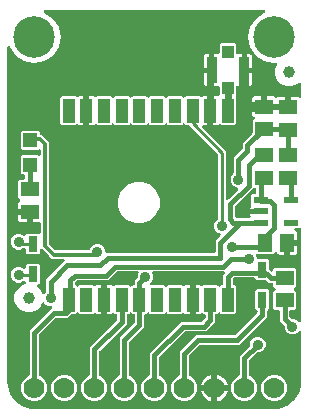
<source format=gbr>
G04 EAGLE Gerber RS-274X export*
G75*
%MOMM*%
%FSLAX34Y34*%
%LPD*%
%INTop Copper*%
%IPPOS*%
%AMOC8*
5,1,8,0,0,1.08239X$1,22.5*%
G01*
%ADD10R,1.000000X2.000000*%
%ADD11R,1.200000X0.550000*%
%ADD12R,1.200000X1.200000*%
%ADD13R,1.500000X1.240000*%
%ADD14C,3.516000*%
%ADD15R,1.240000X1.500000*%
%ADD16R,0.800000X1.350000*%
%ADD17C,1.000000*%
%ADD18R,0.850000X2.200000*%
%ADD19R,1.000000X1.050000*%
%ADD20C,1.778000*%
%ADD21C,0.406400*%
%ADD22C,0.906400*%
%ADD23C,0.304800*%
%ADD24C,0.609600*%
%ADD25C,0.812800*%
%ADD26C,0.254000*%

G36*
X228622Y2543D02*
X228622Y2543D01*
X228700Y2545D01*
X232077Y2810D01*
X232145Y2824D01*
X232214Y2829D01*
X232370Y2869D01*
X238794Y4956D01*
X238901Y5006D01*
X239012Y5050D01*
X239063Y5083D01*
X239082Y5091D01*
X239097Y5104D01*
X239148Y5136D01*
X244612Y9107D01*
X244699Y9188D01*
X244746Y9227D01*
X244752Y9231D01*
X244753Y9232D01*
X244791Y9264D01*
X244829Y9310D01*
X244844Y9324D01*
X244855Y9342D01*
X244893Y9388D01*
X248864Y14852D01*
X248921Y14956D01*
X248985Y15056D01*
X249007Y15113D01*
X249017Y15131D01*
X249022Y15151D01*
X249044Y15206D01*
X251131Y21630D01*
X251144Y21698D01*
X251167Y21764D01*
X251190Y21923D01*
X251455Y25300D01*
X251455Y25304D01*
X251456Y25307D01*
X251455Y25326D01*
X251459Y25400D01*
X251459Y67661D01*
X251442Y67799D01*
X251429Y67937D01*
X251422Y67957D01*
X251419Y67977D01*
X251369Y68105D01*
X251321Y68237D01*
X251310Y68254D01*
X251302Y68272D01*
X251221Y68385D01*
X251143Y68500D01*
X251127Y68513D01*
X251116Y68530D01*
X251008Y68618D01*
X250904Y68710D01*
X250886Y68720D01*
X250871Y68732D01*
X250745Y68792D01*
X250621Y68855D01*
X250601Y68859D01*
X250583Y68868D01*
X250446Y68894D01*
X250311Y68925D01*
X250290Y68924D01*
X250271Y68928D01*
X250132Y68919D01*
X249993Y68915D01*
X249973Y68909D01*
X249953Y68908D01*
X249821Y68865D01*
X249687Y68827D01*
X249670Y68816D01*
X249651Y68810D01*
X249533Y68735D01*
X249413Y68665D01*
X249392Y68646D01*
X249382Y68640D01*
X249368Y68625D01*
X249293Y68559D01*
X247559Y66825D01*
X245146Y65825D01*
X242534Y65825D01*
X240121Y66825D01*
X238275Y68671D01*
X237275Y71084D01*
X237275Y72681D01*
X237263Y72779D01*
X237260Y72878D01*
X237243Y72936D01*
X237235Y72996D01*
X237199Y73088D01*
X237171Y73183D01*
X237141Y73235D01*
X237118Y73292D01*
X237060Y73372D01*
X237010Y73457D01*
X236944Y73533D01*
X236932Y73549D01*
X236922Y73557D01*
X236904Y73578D01*
X233185Y77296D01*
X233185Y85138D01*
X233170Y85256D01*
X233163Y85375D01*
X233150Y85413D01*
X233145Y85454D01*
X233102Y85564D01*
X233065Y85677D01*
X233043Y85712D01*
X233028Y85749D01*
X232959Y85845D01*
X232895Y85946D01*
X232865Y85974D01*
X232842Y86007D01*
X232750Y86083D01*
X232663Y86164D01*
X232628Y86184D01*
X232597Y86209D01*
X232489Y86260D01*
X232385Y86318D01*
X232345Y86328D01*
X232309Y86345D01*
X232192Y86367D01*
X232077Y86397D01*
X232017Y86401D01*
X231997Y86405D01*
X231976Y86403D01*
X231916Y86407D01*
X228908Y86407D01*
X227717Y87598D01*
X227717Y101682D01*
X229278Y103242D01*
X229351Y103337D01*
X229430Y103426D01*
X229448Y103462D01*
X229473Y103494D01*
X229520Y103603D01*
X229574Y103709D01*
X229583Y103748D01*
X229599Y103786D01*
X229618Y103903D01*
X229644Y104019D01*
X229643Y104060D01*
X229649Y104100D01*
X229638Y104218D01*
X229634Y104337D01*
X229623Y104376D01*
X229619Y104416D01*
X229579Y104529D01*
X229546Y104643D01*
X229525Y104677D01*
X229512Y104716D01*
X229445Y104814D01*
X229384Y104917D01*
X229344Y104962D01*
X229333Y104979D01*
X229318Y104992D01*
X229278Y105037D01*
X227717Y106598D01*
X227717Y108306D01*
X227702Y108424D01*
X227695Y108543D01*
X227682Y108581D01*
X227677Y108622D01*
X227634Y108732D01*
X227597Y108845D01*
X227575Y108880D01*
X227560Y108917D01*
X227491Y109013D01*
X227427Y109114D01*
X227397Y109142D01*
X227374Y109175D01*
X227282Y109251D01*
X227195Y109332D01*
X227160Y109352D01*
X227129Y109377D01*
X227021Y109428D01*
X226917Y109486D01*
X226877Y109496D01*
X226841Y109513D01*
X226724Y109535D01*
X226609Y109565D01*
X226549Y109569D01*
X226529Y109573D01*
X226508Y109571D01*
X226448Y109575D01*
X223766Y109575D01*
X221846Y111496D01*
X221768Y111556D01*
X221696Y111624D01*
X221643Y111653D01*
X221595Y111690D01*
X221504Y111730D01*
X221417Y111778D01*
X221359Y111793D01*
X221303Y111817D01*
X221205Y111832D01*
X221109Y111857D01*
X221009Y111863D01*
X220989Y111867D01*
X220977Y111865D01*
X220949Y111867D01*
X213598Y111867D01*
X212363Y113102D01*
X212324Y113202D01*
X212287Y113315D01*
X212265Y113350D01*
X212250Y113387D01*
X212181Y113483D01*
X212117Y113584D01*
X212087Y113612D01*
X212064Y113645D01*
X211972Y113721D01*
X211885Y113802D01*
X211850Y113822D01*
X211819Y113847D01*
X211711Y113898D01*
X211607Y113956D01*
X211567Y113966D01*
X211531Y113983D01*
X211414Y114005D01*
X211299Y114035D01*
X211239Y114039D01*
X211219Y114043D01*
X211198Y114041D01*
X211138Y114045D01*
X195249Y114045D01*
X195151Y114033D01*
X195052Y114030D01*
X194994Y114013D01*
X194934Y114005D01*
X194842Y113969D01*
X194747Y113941D01*
X194695Y113911D01*
X194638Y113888D01*
X194558Y113830D01*
X194473Y113780D01*
X194397Y113714D01*
X194381Y113702D01*
X194373Y113692D01*
X194352Y113674D01*
X193856Y113178D01*
X193796Y113100D01*
X193728Y113028D01*
X193699Y112975D01*
X193662Y112927D01*
X193622Y112836D01*
X193574Y112749D01*
X193559Y112691D01*
X193535Y112635D01*
X193520Y112537D01*
X193495Y112441D01*
X193489Y112341D01*
X193485Y112321D01*
X193487Y112309D01*
X193485Y112281D01*
X193485Y108562D01*
X193500Y108444D01*
X193507Y108325D01*
X193520Y108287D01*
X193525Y108246D01*
X193568Y108136D01*
X193605Y108023D01*
X193627Y107988D01*
X193642Y107951D01*
X193711Y107855D01*
X193775Y107754D01*
X193805Y107726D01*
X193828Y107693D01*
X193920Y107617D01*
X194007Y107536D01*
X194042Y107516D01*
X194073Y107491D01*
X194181Y107440D01*
X194285Y107382D01*
X194325Y107372D01*
X194361Y107355D01*
X194478Y107333D01*
X194593Y107303D01*
X194653Y107299D01*
X194673Y107295D01*
X194694Y107297D01*
X194754Y107293D01*
X195262Y107293D01*
X196453Y106102D01*
X196453Y84418D01*
X195262Y83227D01*
X183578Y83227D01*
X182817Y83988D01*
X182723Y84061D01*
X182634Y84140D01*
X182598Y84158D01*
X182566Y84183D01*
X182457Y84230D01*
X182351Y84284D01*
X182312Y84293D01*
X182274Y84309D01*
X182157Y84328D01*
X182041Y84354D01*
X182000Y84353D01*
X181960Y84359D01*
X181842Y84348D01*
X181723Y84344D01*
X181684Y84333D01*
X181644Y84329D01*
X181532Y84289D01*
X181417Y84256D01*
X181382Y84235D01*
X181344Y84222D01*
X181246Y84155D01*
X181143Y84094D01*
X181098Y84054D01*
X181081Y84043D01*
X181068Y84028D01*
X181022Y83988D01*
X180262Y83227D01*
X179754Y83227D01*
X179636Y83212D01*
X179517Y83205D01*
X179479Y83192D01*
X179438Y83187D01*
X179328Y83144D01*
X179215Y83107D01*
X179180Y83085D01*
X179143Y83070D01*
X179047Y83001D01*
X178946Y82937D01*
X178918Y82907D01*
X178885Y82884D01*
X178809Y82792D01*
X178728Y82705D01*
X178708Y82670D01*
X178683Y82639D01*
X178632Y82531D01*
X178574Y82427D01*
X178564Y82387D01*
X178547Y82351D01*
X178525Y82234D01*
X178495Y82119D01*
X178491Y82059D01*
X178487Y82039D01*
X178489Y82018D01*
X178485Y81958D01*
X178485Y76216D01*
X175732Y73464D01*
X170594Y68325D01*
X153339Y68325D01*
X153241Y68313D01*
X153142Y68310D01*
X153084Y68293D01*
X153024Y68285D01*
X152932Y68249D01*
X152837Y68221D01*
X152785Y68191D01*
X152728Y68168D01*
X152648Y68110D01*
X152563Y68060D01*
X152487Y67994D01*
X152471Y67982D01*
X152463Y67972D01*
X152442Y67954D01*
X131436Y46948D01*
X131376Y46870D01*
X131308Y46798D01*
X131279Y46745D01*
X131242Y46697D01*
X131202Y46606D01*
X131154Y46519D01*
X131139Y46461D01*
X131115Y46405D01*
X131100Y46307D01*
X131075Y46211D01*
X131069Y46111D01*
X131065Y46091D01*
X131067Y46079D01*
X131065Y46051D01*
X131065Y31307D01*
X131068Y31278D01*
X131066Y31248D01*
X131088Y31120D01*
X131105Y30992D01*
X131115Y30964D01*
X131120Y30935D01*
X131174Y30816D01*
X131222Y30696D01*
X131239Y30672D01*
X131251Y30645D01*
X131332Y30544D01*
X131408Y30439D01*
X131431Y30420D01*
X131450Y30397D01*
X131553Y30319D01*
X131653Y30236D01*
X131680Y30223D01*
X131704Y30205D01*
X131848Y30134D01*
X133187Y29580D01*
X136260Y26507D01*
X137923Y22493D01*
X137923Y18147D01*
X136260Y14133D01*
X133187Y11060D01*
X129173Y9397D01*
X124827Y9397D01*
X120813Y11060D01*
X117740Y14133D01*
X116077Y18147D01*
X116077Y22493D01*
X117740Y26507D01*
X120813Y29580D01*
X122152Y30134D01*
X122177Y30149D01*
X122205Y30158D01*
X122315Y30228D01*
X122428Y30292D01*
X122449Y30313D01*
X122474Y30328D01*
X122563Y30423D01*
X122656Y30513D01*
X122672Y30538D01*
X122692Y30560D01*
X122755Y30674D01*
X122823Y30784D01*
X122831Y30813D01*
X122846Y30838D01*
X122878Y30964D01*
X122916Y31088D01*
X122918Y31118D01*
X122925Y31146D01*
X122935Y31307D01*
X122935Y49944D01*
X149446Y76455D01*
X166701Y76455D01*
X166799Y76467D01*
X166898Y76470D01*
X166956Y76487D01*
X167016Y76495D01*
X167108Y76531D01*
X167203Y76559D01*
X167255Y76589D01*
X167312Y76612D01*
X167392Y76670D01*
X167477Y76720D01*
X167553Y76786D01*
X167569Y76798D01*
X167577Y76808D01*
X167598Y76826D01*
X169984Y79212D01*
X170044Y79290D01*
X170112Y79362D01*
X170141Y79415D01*
X170178Y79463D01*
X170218Y79554D01*
X170266Y79641D01*
X170281Y79699D01*
X170305Y79755D01*
X170320Y79853D01*
X170345Y79949D01*
X170351Y80049D01*
X170355Y80069D01*
X170353Y80081D01*
X170355Y80109D01*
X170355Y81958D01*
X170340Y82076D01*
X170333Y82195D01*
X170320Y82233D01*
X170315Y82274D01*
X170272Y82384D01*
X170235Y82497D01*
X170213Y82532D01*
X170198Y82569D01*
X170129Y82665D01*
X170065Y82766D01*
X170035Y82794D01*
X170012Y82827D01*
X169920Y82903D01*
X169833Y82984D01*
X169798Y83004D01*
X169767Y83029D01*
X169659Y83080D01*
X169555Y83138D01*
X169515Y83148D01*
X169479Y83165D01*
X169362Y83187D01*
X169247Y83217D01*
X169187Y83221D01*
X169167Y83225D01*
X169146Y83223D01*
X169086Y83227D01*
X168578Y83227D01*
X168177Y83629D01*
X168083Y83702D01*
X167993Y83780D01*
X167957Y83799D01*
X167925Y83824D01*
X167816Y83871D01*
X167710Y83925D01*
X167671Y83934D01*
X167634Y83950D01*
X167516Y83969D01*
X167400Y83995D01*
X167360Y83993D01*
X167319Y84000D01*
X167201Y83989D01*
X167082Y83985D01*
X167043Y83974D01*
X167003Y83970D01*
X166891Y83930D01*
X166776Y83897D01*
X166742Y83876D01*
X166704Y83862D01*
X166605Y83796D01*
X166503Y83735D01*
X166457Y83695D01*
X166440Y83684D01*
X166427Y83668D01*
X166382Y83629D01*
X165980Y83227D01*
X165401Y82892D01*
X164754Y82719D01*
X161919Y82719D01*
X161919Y94030D01*
X161904Y94148D01*
X161897Y94267D01*
X161884Y94305D01*
X161879Y94345D01*
X161836Y94456D01*
X161799Y94569D01*
X161777Y94603D01*
X161762Y94641D01*
X161693Y94737D01*
X161629Y94838D01*
X161599Y94866D01*
X161576Y94898D01*
X161484Y94974D01*
X161397Y95056D01*
X161362Y95075D01*
X161331Y95101D01*
X161223Y95152D01*
X161119Y95209D01*
X161079Y95219D01*
X161043Y95237D01*
X160936Y95257D01*
X160966Y95261D01*
X161076Y95305D01*
X161189Y95341D01*
X161224Y95363D01*
X161261Y95378D01*
X161357Y95448D01*
X161458Y95511D01*
X161486Y95541D01*
X161519Y95565D01*
X161595Y95656D01*
X161676Y95743D01*
X161696Y95778D01*
X161721Y95810D01*
X161772Y95917D01*
X161830Y96022D01*
X161840Y96061D01*
X161857Y96097D01*
X161879Y96214D01*
X161909Y96330D01*
X161913Y96390D01*
X161917Y96410D01*
X161915Y96430D01*
X161919Y96490D01*
X161919Y107801D01*
X164754Y107801D01*
X165401Y107628D01*
X165980Y107293D01*
X166382Y106891D01*
X166476Y106818D01*
X166565Y106740D01*
X166601Y106721D01*
X166633Y106696D01*
X166742Y106649D01*
X166848Y106595D01*
X166888Y106586D01*
X166925Y106570D01*
X167043Y106551D01*
X167159Y106525D01*
X167199Y106527D01*
X167239Y106520D01*
X167357Y106531D01*
X167476Y106535D01*
X167515Y106546D01*
X167556Y106550D01*
X167667Y106590D01*
X167782Y106623D01*
X167817Y106644D01*
X167855Y106658D01*
X167953Y106724D01*
X168056Y106785D01*
X168101Y106825D01*
X168118Y106836D01*
X168131Y106852D01*
X168177Y106891D01*
X168578Y107293D01*
X180262Y107293D01*
X181022Y106532D01*
X181116Y106459D01*
X181206Y106380D01*
X181242Y106362D01*
X181274Y106337D01*
X181383Y106290D01*
X181489Y106236D01*
X181528Y106227D01*
X181566Y106211D01*
X181683Y106192D01*
X181799Y106166D01*
X181840Y106167D01*
X181880Y106161D01*
X181998Y106172D01*
X182117Y106176D01*
X182156Y106187D01*
X182196Y106191D01*
X182309Y106231D01*
X182423Y106264D01*
X182457Y106285D01*
X182496Y106298D01*
X182594Y106365D01*
X182697Y106426D01*
X182742Y106466D01*
X182759Y106477D01*
X182772Y106492D01*
X182817Y106532D01*
X183578Y107293D01*
X184086Y107293D01*
X184204Y107308D01*
X184323Y107315D01*
X184361Y107328D01*
X184402Y107333D01*
X184512Y107376D01*
X184625Y107413D01*
X184660Y107435D01*
X184697Y107450D01*
X184793Y107519D01*
X184894Y107583D01*
X184922Y107613D01*
X184955Y107636D01*
X185031Y107728D01*
X185112Y107815D01*
X185132Y107850D01*
X185157Y107881D01*
X185208Y107989D01*
X185266Y108093D01*
X185276Y108133D01*
X185293Y108169D01*
X185315Y108286D01*
X185345Y108401D01*
X185349Y108461D01*
X185353Y108481D01*
X185351Y108502D01*
X185355Y108562D01*
X185355Y116174D01*
X186140Y116959D01*
X186225Y117068D01*
X186314Y117175D01*
X186323Y117194D01*
X186335Y117210D01*
X186390Y117337D01*
X186450Y117463D01*
X186453Y117483D01*
X186461Y117502D01*
X186483Y117640D01*
X186509Y117776D01*
X186508Y117796D01*
X186511Y117816D01*
X186498Y117955D01*
X186490Y118093D01*
X186483Y118112D01*
X186481Y118132D01*
X186434Y118264D01*
X186392Y118395D01*
X186381Y118413D01*
X186374Y118432D01*
X186296Y118547D01*
X186221Y118664D01*
X186207Y118678D01*
X186195Y118695D01*
X186091Y118787D01*
X185990Y118882D01*
X185972Y118892D01*
X185957Y118905D01*
X185833Y118968D01*
X185711Y119036D01*
X185692Y119041D01*
X185674Y119050D01*
X185538Y119080D01*
X185403Y119115D01*
X185375Y119117D01*
X185363Y119120D01*
X185343Y119119D01*
X185243Y119125D01*
X126386Y119125D01*
X126337Y119119D01*
X126288Y119121D01*
X126180Y119099D01*
X126071Y119085D01*
X126025Y119067D01*
X125976Y119057D01*
X125878Y119009D01*
X125775Y118968D01*
X125735Y118939D01*
X125690Y118917D01*
X125607Y118846D01*
X125518Y118782D01*
X125486Y118743D01*
X125448Y118711D01*
X125385Y118621D01*
X125315Y118537D01*
X125294Y118492D01*
X125265Y118451D01*
X125226Y118348D01*
X125180Y118249D01*
X125170Y118200D01*
X125153Y118154D01*
X125140Y118044D01*
X125120Y117937D01*
X125123Y117887D01*
X125117Y117838D01*
X125133Y117729D01*
X125140Y117619D01*
X125155Y117572D01*
X125162Y117523D01*
X125214Y117370D01*
X125945Y115606D01*
X125945Y112994D01*
X124945Y110581D01*
X123823Y109459D01*
X123738Y109350D01*
X123650Y109243D01*
X123641Y109224D01*
X123628Y109208D01*
X123573Y109081D01*
X123514Y108955D01*
X123510Y108935D01*
X123502Y108916D01*
X123480Y108778D01*
X123454Y108642D01*
X123455Y108622D01*
X123452Y108602D01*
X123465Y108463D01*
X123474Y108325D01*
X123480Y108306D01*
X123482Y108286D01*
X123529Y108154D01*
X123572Y108023D01*
X123583Y108005D01*
X123590Y107986D01*
X123668Y107871D01*
X123742Y107754D01*
X123757Y107740D01*
X123768Y107723D01*
X123873Y107631D01*
X123974Y107536D01*
X123991Y107526D01*
X124007Y107513D01*
X124131Y107449D01*
X124252Y107382D01*
X124272Y107377D01*
X124290Y107368D01*
X124426Y107338D01*
X124560Y107303D01*
X124588Y107301D01*
X124600Y107298D01*
X124621Y107299D01*
X124721Y107293D01*
X135262Y107293D01*
X136022Y106532D01*
X136116Y106459D01*
X136206Y106380D01*
X136242Y106362D01*
X136274Y106337D01*
X136383Y106290D01*
X136489Y106236D01*
X136528Y106227D01*
X136566Y106211D01*
X136683Y106192D01*
X136799Y106166D01*
X136840Y106167D01*
X136880Y106161D01*
X136998Y106172D01*
X137117Y106176D01*
X137156Y106187D01*
X137196Y106191D01*
X137309Y106231D01*
X137423Y106264D01*
X137457Y106285D01*
X137496Y106298D01*
X137594Y106365D01*
X137697Y106426D01*
X137742Y106466D01*
X137759Y106477D01*
X137772Y106492D01*
X137817Y106532D01*
X138578Y107293D01*
X150262Y107293D01*
X150663Y106891D01*
X150757Y106818D01*
X150847Y106740D01*
X150883Y106721D01*
X150915Y106696D01*
X151024Y106649D01*
X151130Y106595D01*
X151169Y106586D01*
X151206Y106570D01*
X151324Y106551D01*
X151440Y106525D01*
X151480Y106527D01*
X151521Y106520D01*
X151639Y106531D01*
X151758Y106535D01*
X151797Y106546D01*
X151837Y106550D01*
X151949Y106590D01*
X152064Y106623D01*
X152098Y106644D01*
X152136Y106658D01*
X152235Y106724D01*
X152337Y106785D01*
X152383Y106825D01*
X152400Y106836D01*
X152413Y106852D01*
X152458Y106891D01*
X152860Y107293D01*
X153439Y107628D01*
X154086Y107801D01*
X156921Y107801D01*
X156921Y96490D01*
X156936Y96372D01*
X156943Y96253D01*
X156955Y96215D01*
X156961Y96175D01*
X157004Y96064D01*
X157041Y95951D01*
X157063Y95917D01*
X157078Y95879D01*
X157147Y95783D01*
X157211Y95682D01*
X157241Y95654D01*
X157264Y95622D01*
X157356Y95546D01*
X157443Y95464D01*
X157478Y95445D01*
X157509Y95419D01*
X157617Y95368D01*
X157721Y95311D01*
X157761Y95301D01*
X157797Y95283D01*
X157904Y95263D01*
X157874Y95259D01*
X157764Y95215D01*
X157651Y95179D01*
X157616Y95157D01*
X157579Y95142D01*
X157482Y95072D01*
X157382Y95009D01*
X157354Y94979D01*
X157321Y94955D01*
X157245Y94864D01*
X157164Y94777D01*
X157144Y94742D01*
X157119Y94710D01*
X157068Y94603D01*
X157010Y94498D01*
X157000Y94459D01*
X156983Y94423D01*
X156961Y94306D01*
X156931Y94190D01*
X156927Y94130D01*
X156923Y94110D01*
X156925Y94090D01*
X156921Y94030D01*
X156921Y82719D01*
X154086Y82719D01*
X153439Y82892D01*
X152860Y83227D01*
X152458Y83629D01*
X152364Y83702D01*
X152275Y83780D01*
X152239Y83799D01*
X152207Y83824D01*
X152098Y83871D01*
X151992Y83925D01*
X151952Y83934D01*
X151915Y83950D01*
X151797Y83969D01*
X151681Y83995D01*
X151641Y83993D01*
X151601Y84000D01*
X151483Y83989D01*
X151364Y83985D01*
X151325Y83974D01*
X151284Y83970D01*
X151173Y83930D01*
X151058Y83897D01*
X151023Y83876D01*
X150985Y83862D01*
X150887Y83796D01*
X150784Y83735D01*
X150739Y83695D01*
X150722Y83684D01*
X150709Y83668D01*
X150663Y83629D01*
X150262Y83227D01*
X138578Y83227D01*
X137817Y83988D01*
X137723Y84061D01*
X137634Y84140D01*
X137598Y84158D01*
X137566Y84183D01*
X137457Y84230D01*
X137351Y84284D01*
X137312Y84293D01*
X137274Y84309D01*
X137157Y84328D01*
X137041Y84354D01*
X137000Y84353D01*
X136960Y84359D01*
X136842Y84348D01*
X136723Y84344D01*
X136684Y84333D01*
X136644Y84329D01*
X136532Y84289D01*
X136417Y84256D01*
X136382Y84235D01*
X136344Y84222D01*
X136246Y84155D01*
X136143Y84094D01*
X136098Y84054D01*
X136081Y84043D01*
X136068Y84028D01*
X136022Y83988D01*
X135262Y83227D01*
X123578Y83227D01*
X122817Y83988D01*
X122723Y84061D01*
X122634Y84140D01*
X122598Y84158D01*
X122566Y84183D01*
X122457Y84230D01*
X122351Y84284D01*
X122312Y84293D01*
X122274Y84309D01*
X122157Y84328D01*
X122041Y84354D01*
X122000Y84353D01*
X121960Y84359D01*
X121842Y84348D01*
X121723Y84344D01*
X121684Y84333D01*
X121644Y84329D01*
X121532Y84289D01*
X121417Y84256D01*
X121382Y84235D01*
X121344Y84222D01*
X121246Y84155D01*
X121143Y84094D01*
X121098Y84054D01*
X121081Y84043D01*
X121068Y84028D01*
X121022Y83988D01*
X120262Y83227D01*
X119754Y83227D01*
X119636Y83212D01*
X119517Y83205D01*
X119479Y83192D01*
X119438Y83187D01*
X119328Y83144D01*
X119215Y83107D01*
X119180Y83085D01*
X119143Y83070D01*
X119047Y83001D01*
X118946Y82937D01*
X118918Y82907D01*
X118885Y82884D01*
X118809Y82792D01*
X118728Y82705D01*
X118708Y82670D01*
X118683Y82639D01*
X118632Y82531D01*
X118574Y82427D01*
X118564Y82387D01*
X118547Y82351D01*
X118525Y82234D01*
X118495Y82119D01*
X118491Y82059D01*
X118487Y82039D01*
X118489Y82018D01*
X118485Y81958D01*
X118485Y72096D01*
X106036Y59648D01*
X105976Y59570D01*
X105908Y59498D01*
X105879Y59445D01*
X105842Y59397D01*
X105802Y59306D01*
X105754Y59219D01*
X105739Y59161D01*
X105715Y59105D01*
X105700Y59007D01*
X105675Y58911D01*
X105669Y58811D01*
X105665Y58791D01*
X105667Y58779D01*
X105665Y58751D01*
X105665Y31307D01*
X105668Y31278D01*
X105666Y31248D01*
X105688Y31120D01*
X105705Y30992D01*
X105715Y30964D01*
X105720Y30935D01*
X105774Y30816D01*
X105822Y30696D01*
X105839Y30672D01*
X105851Y30645D01*
X105932Y30544D01*
X106008Y30439D01*
X106031Y30420D01*
X106050Y30397D01*
X106153Y30319D01*
X106253Y30236D01*
X106280Y30223D01*
X106304Y30205D01*
X106448Y30134D01*
X107787Y29580D01*
X110860Y26507D01*
X112523Y22493D01*
X112523Y18147D01*
X110860Y14133D01*
X107787Y11060D01*
X103773Y9397D01*
X99427Y9397D01*
X95413Y11060D01*
X92340Y14133D01*
X90677Y18147D01*
X90677Y22493D01*
X92340Y26507D01*
X95413Y29580D01*
X96752Y30134D01*
X96777Y30149D01*
X96805Y30158D01*
X96915Y30228D01*
X97028Y30292D01*
X97049Y30313D01*
X97074Y30328D01*
X97163Y30423D01*
X97256Y30513D01*
X97272Y30538D01*
X97292Y30560D01*
X97355Y30674D01*
X97423Y30784D01*
X97431Y30813D01*
X97446Y30838D01*
X97478Y30964D01*
X97516Y31088D01*
X97518Y31118D01*
X97525Y31146D01*
X97535Y31307D01*
X97535Y62644D01*
X109984Y75092D01*
X110044Y75170D01*
X110112Y75242D01*
X110141Y75295D01*
X110178Y75343D01*
X110218Y75434D01*
X110266Y75521D01*
X110281Y75579D01*
X110305Y75635D01*
X110320Y75733D01*
X110345Y75829D01*
X110351Y75929D01*
X110355Y75949D01*
X110353Y75961D01*
X110355Y75989D01*
X110355Y81958D01*
X110340Y82076D01*
X110333Y82195D01*
X110320Y82233D01*
X110315Y82274D01*
X110272Y82384D01*
X110235Y82497D01*
X110213Y82532D01*
X110198Y82569D01*
X110129Y82665D01*
X110065Y82766D01*
X110035Y82794D01*
X110012Y82827D01*
X109920Y82903D01*
X109833Y82984D01*
X109798Y83004D01*
X109767Y83029D01*
X109659Y83080D01*
X109555Y83138D01*
X109515Y83148D01*
X109479Y83165D01*
X109362Y83187D01*
X109247Y83217D01*
X109187Y83221D01*
X109167Y83225D01*
X109146Y83223D01*
X109086Y83227D01*
X108578Y83227D01*
X107817Y83988D01*
X107723Y84061D01*
X107634Y84140D01*
X107598Y84158D01*
X107566Y84183D01*
X107457Y84230D01*
X107351Y84284D01*
X107312Y84293D01*
X107274Y84309D01*
X107157Y84328D01*
X107041Y84354D01*
X107000Y84353D01*
X106960Y84359D01*
X106842Y84348D01*
X106723Y84344D01*
X106684Y84333D01*
X106644Y84329D01*
X106532Y84289D01*
X106417Y84256D01*
X106382Y84235D01*
X106344Y84222D01*
X106246Y84155D01*
X106143Y84094D01*
X106098Y84054D01*
X106081Y84043D01*
X106068Y84028D01*
X106022Y83988D01*
X105262Y83227D01*
X104754Y83227D01*
X104636Y83212D01*
X104517Y83205D01*
X104479Y83192D01*
X104438Y83187D01*
X104328Y83144D01*
X104215Y83107D01*
X104180Y83085D01*
X104143Y83070D01*
X104047Y83001D01*
X103946Y82937D01*
X103918Y82907D01*
X103885Y82884D01*
X103809Y82792D01*
X103728Y82705D01*
X103708Y82670D01*
X103683Y82639D01*
X103632Y82531D01*
X103574Y82427D01*
X103564Y82387D01*
X103547Y82351D01*
X103525Y82234D01*
X103495Y82119D01*
X103491Y82059D01*
X103487Y82039D01*
X103489Y82018D01*
X103485Y81958D01*
X103485Y74876D01*
X80636Y52028D01*
X80576Y51950D01*
X80508Y51878D01*
X80479Y51825D01*
X80442Y51777D01*
X80402Y51686D01*
X80354Y51599D01*
X80339Y51541D01*
X80315Y51485D01*
X80300Y51387D01*
X80275Y51291D01*
X80269Y51191D01*
X80265Y51171D01*
X80267Y51159D01*
X80265Y51131D01*
X80265Y31307D01*
X80268Y31278D01*
X80266Y31248D01*
X80288Y31120D01*
X80305Y30992D01*
X80315Y30964D01*
X80320Y30935D01*
X80374Y30816D01*
X80422Y30696D01*
X80439Y30672D01*
X80451Y30645D01*
X80532Y30544D01*
X80608Y30439D01*
X80631Y30420D01*
X80650Y30397D01*
X80753Y30319D01*
X80853Y30236D01*
X80880Y30223D01*
X80904Y30205D01*
X81048Y30134D01*
X82387Y29580D01*
X85460Y26507D01*
X87123Y22493D01*
X87123Y18147D01*
X85460Y14133D01*
X82387Y11060D01*
X78373Y9397D01*
X74027Y9397D01*
X70013Y11060D01*
X66940Y14133D01*
X65277Y18147D01*
X65277Y22493D01*
X66940Y26507D01*
X70013Y29580D01*
X71352Y30134D01*
X71377Y30149D01*
X71405Y30158D01*
X71515Y30228D01*
X71628Y30292D01*
X71649Y30313D01*
X71674Y30328D01*
X71763Y30423D01*
X71856Y30513D01*
X71872Y30538D01*
X71892Y30560D01*
X71955Y30674D01*
X72023Y30784D01*
X72031Y30813D01*
X72046Y30838D01*
X72078Y30964D01*
X72116Y31088D01*
X72118Y31118D01*
X72125Y31146D01*
X72135Y31307D01*
X72135Y55024D01*
X94984Y77872D01*
X95044Y77950D01*
X95112Y78022D01*
X95141Y78075D01*
X95178Y78123D01*
X95218Y78214D01*
X95266Y78301D01*
X95281Y78359D01*
X95305Y78415D01*
X95320Y78513D01*
X95345Y78609D01*
X95351Y78709D01*
X95355Y78729D01*
X95353Y78741D01*
X95355Y78769D01*
X95355Y81958D01*
X95340Y82076D01*
X95333Y82195D01*
X95320Y82233D01*
X95315Y82274D01*
X95272Y82384D01*
X95235Y82497D01*
X95213Y82532D01*
X95198Y82569D01*
X95129Y82665D01*
X95065Y82766D01*
X95035Y82794D01*
X95012Y82827D01*
X94920Y82903D01*
X94833Y82984D01*
X94798Y83004D01*
X94767Y83029D01*
X94659Y83080D01*
X94555Y83138D01*
X94515Y83148D01*
X94479Y83165D01*
X94362Y83187D01*
X94247Y83217D01*
X94187Y83221D01*
X94167Y83225D01*
X94146Y83223D01*
X94086Y83227D01*
X93578Y83227D01*
X93177Y83629D01*
X93083Y83702D01*
X92993Y83780D01*
X92957Y83799D01*
X92925Y83824D01*
X92816Y83871D01*
X92710Y83925D01*
X92671Y83934D01*
X92634Y83950D01*
X92516Y83969D01*
X92400Y83995D01*
X92360Y83993D01*
X92319Y84000D01*
X92201Y83989D01*
X92082Y83985D01*
X92043Y83974D01*
X92003Y83970D01*
X91891Y83930D01*
X91776Y83897D01*
X91742Y83876D01*
X91704Y83862D01*
X91605Y83796D01*
X91503Y83735D01*
X91457Y83695D01*
X91440Y83684D01*
X91427Y83668D01*
X91382Y83629D01*
X90980Y83227D01*
X90401Y82892D01*
X89754Y82719D01*
X86919Y82719D01*
X86919Y94030D01*
X86904Y94148D01*
X86897Y94267D01*
X86884Y94305D01*
X86879Y94345D01*
X86836Y94456D01*
X86799Y94569D01*
X86777Y94603D01*
X86762Y94641D01*
X86693Y94737D01*
X86629Y94838D01*
X86599Y94866D01*
X86576Y94898D01*
X86484Y94974D01*
X86397Y95056D01*
X86362Y95075D01*
X86331Y95101D01*
X86223Y95152D01*
X86119Y95209D01*
X86079Y95219D01*
X86043Y95237D01*
X85936Y95257D01*
X85966Y95261D01*
X86076Y95305D01*
X86189Y95341D01*
X86224Y95363D01*
X86261Y95378D01*
X86357Y95448D01*
X86458Y95511D01*
X86486Y95541D01*
X86519Y95565D01*
X86595Y95656D01*
X86676Y95743D01*
X86696Y95778D01*
X86721Y95810D01*
X86772Y95917D01*
X86830Y96022D01*
X86840Y96061D01*
X86857Y96097D01*
X86879Y96214D01*
X86909Y96330D01*
X86913Y96390D01*
X86917Y96410D01*
X86915Y96430D01*
X86919Y96490D01*
X86919Y107801D01*
X89754Y107801D01*
X90401Y107628D01*
X90980Y107293D01*
X91382Y106891D01*
X91476Y106818D01*
X91565Y106740D01*
X91601Y106721D01*
X91633Y106696D01*
X91742Y106649D01*
X91848Y106595D01*
X91888Y106586D01*
X91925Y106570D01*
X92043Y106551D01*
X92159Y106525D01*
X92199Y106527D01*
X92239Y106520D01*
X92357Y106531D01*
X92476Y106535D01*
X92515Y106546D01*
X92556Y106550D01*
X92667Y106590D01*
X92782Y106623D01*
X92817Y106644D01*
X92855Y106658D01*
X92953Y106724D01*
X93056Y106785D01*
X93101Y106825D01*
X93118Y106836D01*
X93131Y106852D01*
X93177Y106891D01*
X93578Y107293D01*
X105262Y107293D01*
X106022Y106532D01*
X106116Y106459D01*
X106206Y106380D01*
X106242Y106362D01*
X106274Y106337D01*
X106383Y106290D01*
X106489Y106236D01*
X106528Y106227D01*
X106566Y106211D01*
X106683Y106192D01*
X106799Y106166D01*
X106840Y106167D01*
X106880Y106161D01*
X106998Y106172D01*
X107117Y106176D01*
X107156Y106187D01*
X107196Y106191D01*
X107309Y106231D01*
X107423Y106264D01*
X107457Y106285D01*
X107496Y106298D01*
X107594Y106365D01*
X107697Y106426D01*
X107742Y106466D01*
X107759Y106477D01*
X107772Y106492D01*
X107817Y106532D01*
X108578Y107293D01*
X109086Y107293D01*
X109204Y107308D01*
X109323Y107315D01*
X109361Y107328D01*
X109402Y107333D01*
X109512Y107376D01*
X109625Y107413D01*
X109660Y107435D01*
X109697Y107450D01*
X109793Y107519D01*
X109894Y107583D01*
X109922Y107613D01*
X109955Y107636D01*
X110031Y107728D01*
X110112Y107815D01*
X110132Y107850D01*
X110157Y107881D01*
X110208Y107989D01*
X110266Y108093D01*
X110276Y108133D01*
X110293Y108169D01*
X110315Y108286D01*
X110345Y108401D01*
X110349Y108461D01*
X110353Y108481D01*
X110351Y108502D01*
X110355Y108562D01*
X110355Y111024D01*
X112444Y113112D01*
X112504Y113190D01*
X112572Y113262D01*
X112601Y113315D01*
X112638Y113363D01*
X112678Y113454D01*
X112726Y113541D01*
X112741Y113599D01*
X112765Y113655D01*
X112780Y113753D01*
X112805Y113849D01*
X112811Y113949D01*
X112815Y113969D01*
X112813Y113981D01*
X112815Y114009D01*
X112815Y115606D01*
X113546Y117370D01*
X113559Y117418D01*
X113580Y117463D01*
X113601Y117571D01*
X113630Y117677D01*
X113631Y117727D01*
X113640Y117776D01*
X113633Y117885D01*
X113635Y117995D01*
X113624Y118043D01*
X113620Y118093D01*
X113587Y118197D01*
X113561Y118304D01*
X113538Y118348D01*
X113522Y118395D01*
X113464Y118488D01*
X113412Y118585D01*
X113379Y118622D01*
X113352Y118664D01*
X113272Y118739D01*
X113198Y118821D01*
X113157Y118848D01*
X113121Y118882D01*
X113024Y118935D01*
X112933Y118995D01*
X112886Y119012D01*
X112842Y119036D01*
X112736Y119063D01*
X112632Y119099D01*
X112582Y119103D01*
X112534Y119115D01*
X112374Y119125D01*
X96189Y119125D01*
X96091Y119113D01*
X95992Y119110D01*
X95934Y119093D01*
X95874Y119085D01*
X95782Y119049D01*
X95687Y119021D01*
X95635Y118991D01*
X95578Y118968D01*
X95498Y118910D01*
X95413Y118860D01*
X95337Y118794D01*
X95321Y118782D01*
X95313Y118772D01*
X95292Y118754D01*
X88044Y111505D01*
X61899Y111505D01*
X61801Y111493D01*
X61702Y111490D01*
X61644Y111473D01*
X61584Y111465D01*
X61492Y111429D01*
X61397Y111401D01*
X61345Y111371D01*
X61288Y111348D01*
X61208Y111290D01*
X61123Y111240D01*
X61047Y111174D01*
X61031Y111162D01*
X61023Y111152D01*
X61002Y111134D01*
X60316Y110448D01*
X60256Y110370D01*
X60188Y110298D01*
X60159Y110245D01*
X60122Y110197D01*
X60082Y110106D01*
X60034Y110019D01*
X60019Y109961D01*
X59995Y109905D01*
X59980Y109807D01*
X59955Y109711D01*
X59949Y109611D01*
X59945Y109591D01*
X59947Y109579D01*
X59945Y109551D01*
X59945Y108136D01*
X59957Y108038D01*
X59960Y107939D01*
X59977Y107880D01*
X59985Y107820D01*
X60021Y107728D01*
X60049Y107633D01*
X60079Y107581D01*
X60102Y107525D01*
X60160Y107444D01*
X60210Y107359D01*
X60276Y107284D01*
X60288Y107267D01*
X60298Y107259D01*
X60316Y107238D01*
X61023Y106532D01*
X61117Y106459D01*
X61206Y106380D01*
X61242Y106362D01*
X61274Y106337D01*
X61383Y106290D01*
X61489Y106236D01*
X61528Y106227D01*
X61566Y106211D01*
X61683Y106192D01*
X61799Y106166D01*
X61840Y106167D01*
X61880Y106161D01*
X61998Y106172D01*
X62117Y106176D01*
X62156Y106187D01*
X62196Y106191D01*
X62308Y106231D01*
X62423Y106264D01*
X62458Y106285D01*
X62496Y106298D01*
X62594Y106365D01*
X62697Y106426D01*
X62742Y106466D01*
X62759Y106477D01*
X62772Y106492D01*
X62818Y106532D01*
X63578Y107293D01*
X75262Y107293D01*
X75663Y106891D01*
X75757Y106818D01*
X75847Y106740D01*
X75883Y106721D01*
X75915Y106696D01*
X76024Y106649D01*
X76130Y106595D01*
X76169Y106586D01*
X76206Y106570D01*
X76324Y106551D01*
X76440Y106525D01*
X76480Y106527D01*
X76521Y106520D01*
X76639Y106531D01*
X76758Y106535D01*
X76797Y106546D01*
X76837Y106550D01*
X76949Y106590D01*
X77064Y106623D01*
X77098Y106644D01*
X77136Y106658D01*
X77235Y106724D01*
X77337Y106785D01*
X77383Y106825D01*
X77400Y106836D01*
X77413Y106852D01*
X77458Y106891D01*
X77860Y107293D01*
X78439Y107628D01*
X79086Y107801D01*
X81921Y107801D01*
X81921Y96490D01*
X81936Y96372D01*
X81943Y96253D01*
X81955Y96215D01*
X81961Y96175D01*
X82004Y96064D01*
X82041Y95951D01*
X82063Y95917D01*
X82078Y95879D01*
X82147Y95783D01*
X82211Y95682D01*
X82241Y95654D01*
X82264Y95622D01*
X82356Y95546D01*
X82443Y95464D01*
X82478Y95445D01*
X82509Y95419D01*
X82617Y95368D01*
X82721Y95311D01*
X82761Y95301D01*
X82797Y95283D01*
X82904Y95263D01*
X82874Y95259D01*
X82764Y95215D01*
X82651Y95179D01*
X82616Y95157D01*
X82579Y95142D01*
X82482Y95072D01*
X82382Y95009D01*
X82354Y94979D01*
X82321Y94955D01*
X82245Y94864D01*
X82164Y94777D01*
X82144Y94742D01*
X82119Y94710D01*
X82068Y94603D01*
X82010Y94498D01*
X82000Y94459D01*
X81983Y94423D01*
X81961Y94306D01*
X81931Y94190D01*
X81927Y94130D01*
X81923Y94110D01*
X81925Y94090D01*
X81921Y94030D01*
X81921Y82719D01*
X79086Y82719D01*
X78439Y82892D01*
X77860Y83227D01*
X77458Y83629D01*
X77364Y83702D01*
X77275Y83780D01*
X77239Y83799D01*
X77207Y83824D01*
X77098Y83871D01*
X76992Y83925D01*
X76952Y83934D01*
X76915Y83950D01*
X76797Y83969D01*
X76681Y83995D01*
X76641Y83993D01*
X76601Y84000D01*
X76483Y83989D01*
X76364Y83985D01*
X76325Y83974D01*
X76284Y83970D01*
X76173Y83930D01*
X76058Y83897D01*
X76023Y83876D01*
X75985Y83862D01*
X75887Y83796D01*
X75784Y83735D01*
X75739Y83695D01*
X75722Y83684D01*
X75709Y83668D01*
X75663Y83629D01*
X75262Y83227D01*
X63578Y83227D01*
X62818Y83988D01*
X62724Y84061D01*
X62634Y84140D01*
X62598Y84158D01*
X62566Y84183D01*
X62457Y84230D01*
X62351Y84284D01*
X62312Y84293D01*
X62274Y84309D01*
X62157Y84328D01*
X62041Y84354D01*
X62000Y84353D01*
X61960Y84359D01*
X61842Y84348D01*
X61723Y84344D01*
X61684Y84333D01*
X61644Y84329D01*
X61531Y84289D01*
X61417Y84256D01*
X61383Y84235D01*
X61344Y84222D01*
X61246Y84155D01*
X61143Y84094D01*
X61098Y84054D01*
X61081Y84043D01*
X61068Y84028D01*
X61023Y83988D01*
X60262Y83227D01*
X57751Y83227D01*
X57653Y83215D01*
X57554Y83212D01*
X57496Y83195D01*
X57436Y83187D01*
X57344Y83151D01*
X57249Y83123D01*
X57196Y83093D01*
X57140Y83070D01*
X57060Y83012D01*
X56975Y82962D01*
X56899Y82896D01*
X56883Y82884D01*
X56875Y82874D01*
X56854Y82855D01*
X55732Y81734D01*
X53754Y79755D01*
X44119Y79755D01*
X44021Y79743D01*
X43922Y79740D01*
X43864Y79723D01*
X43804Y79715D01*
X43712Y79679D01*
X43617Y79651D01*
X43565Y79621D01*
X43508Y79598D01*
X43428Y79540D01*
X43343Y79490D01*
X43267Y79424D01*
X43251Y79412D01*
X43243Y79402D01*
X43222Y79384D01*
X29836Y65998D01*
X29776Y65920D01*
X29708Y65848D01*
X29679Y65795D01*
X29642Y65747D01*
X29602Y65656D01*
X29554Y65569D01*
X29539Y65511D01*
X29515Y65455D01*
X29500Y65357D01*
X29475Y65261D01*
X29469Y65161D01*
X29465Y65141D01*
X29467Y65129D01*
X29465Y65101D01*
X29465Y31307D01*
X29468Y31278D01*
X29466Y31248D01*
X29488Y31120D01*
X29505Y30992D01*
X29515Y30964D01*
X29520Y30935D01*
X29574Y30816D01*
X29622Y30696D01*
X29639Y30672D01*
X29651Y30645D01*
X29732Y30544D01*
X29808Y30439D01*
X29831Y30420D01*
X29850Y30397D01*
X29953Y30319D01*
X30053Y30236D01*
X30080Y30223D01*
X30104Y30205D01*
X30248Y30134D01*
X31587Y29580D01*
X34660Y26507D01*
X36323Y22493D01*
X36323Y18147D01*
X34660Y14133D01*
X31587Y11060D01*
X27573Y9397D01*
X23227Y9397D01*
X19213Y11060D01*
X16140Y14133D01*
X14477Y18147D01*
X14477Y22493D01*
X16140Y26507D01*
X19213Y29580D01*
X20552Y30134D01*
X20577Y30149D01*
X20605Y30158D01*
X20715Y30228D01*
X20828Y30292D01*
X20849Y30313D01*
X20874Y30328D01*
X20963Y30423D01*
X21056Y30513D01*
X21072Y30538D01*
X21092Y30560D01*
X21155Y30674D01*
X21223Y30784D01*
X21231Y30813D01*
X21246Y30838D01*
X21278Y30964D01*
X21316Y31088D01*
X21318Y31118D01*
X21325Y31146D01*
X21335Y31307D01*
X21335Y68994D01*
X24088Y71746D01*
X40130Y87789D01*
X40215Y87898D01*
X40304Y88005D01*
X40313Y88024D01*
X40325Y88040D01*
X40381Y88168D01*
X40440Y88293D01*
X40443Y88313D01*
X40451Y88332D01*
X40473Y88470D01*
X40499Y88606D01*
X40498Y88626D01*
X40501Y88646D01*
X40488Y88785D01*
X40480Y88923D01*
X40473Y88942D01*
X40471Y88962D01*
X40424Y89094D01*
X40382Y89225D01*
X40371Y89243D01*
X40364Y89262D01*
X40286Y89377D01*
X40211Y89494D01*
X40197Y89508D01*
X40185Y89525D01*
X40081Y89617D01*
X39980Y89712D01*
X39962Y89722D01*
X39947Y89735D01*
X39823Y89798D01*
X39701Y89866D01*
X39682Y89871D01*
X39664Y89880D01*
X39528Y89910D01*
X39393Y89945D01*
X39365Y89947D01*
X39353Y89950D01*
X39333Y89949D01*
X39233Y89955D01*
X38064Y89955D01*
X35651Y90955D01*
X33950Y92656D01*
X33911Y92687D01*
X33877Y92723D01*
X33785Y92784D01*
X33699Y92851D01*
X33653Y92871D01*
X33612Y92898D01*
X33508Y92934D01*
X33407Y92977D01*
X33358Y92985D01*
X33311Y93001D01*
X33201Y93010D01*
X33093Y93027D01*
X33043Y93023D01*
X32994Y93027D01*
X32885Y93008D01*
X32776Y92997D01*
X32729Y92981D01*
X32680Y92972D01*
X32580Y92927D01*
X32477Y92890D01*
X32436Y92862D01*
X32390Y92842D01*
X32305Y92773D01*
X32214Y92711D01*
X32181Y92674D01*
X32142Y92643D01*
X32076Y92555D01*
X32003Y92473D01*
X31981Y92429D01*
X31951Y92389D01*
X31880Y92244D01*
X30751Y89519D01*
X27366Y86134D01*
X22944Y84302D01*
X18156Y84302D01*
X13734Y86134D01*
X10349Y89519D01*
X8517Y93941D01*
X8517Y98729D01*
X10349Y103151D01*
X13734Y106536D01*
X17314Y108019D01*
X17339Y108033D01*
X17367Y108042D01*
X17477Y108112D01*
X17590Y108176D01*
X17611Y108197D01*
X17636Y108213D01*
X17725Y108307D01*
X17818Y108397D01*
X17834Y108423D01*
X17854Y108444D01*
X17917Y108558D01*
X17985Y108669D01*
X17993Y108697D01*
X18008Y108723D01*
X18040Y108848D01*
X18078Y108973D01*
X18080Y109002D01*
X18087Y109031D01*
X18097Y109191D01*
X18097Y109889D01*
X18080Y110027D01*
X18067Y110166D01*
X18060Y110185D01*
X18057Y110205D01*
X18006Y110334D01*
X17959Y110465D01*
X17948Y110482D01*
X17940Y110500D01*
X17859Y110613D01*
X17781Y110728D01*
X17765Y110741D01*
X17754Y110758D01*
X17646Y110846D01*
X17542Y110938D01*
X17524Y110948D01*
X17509Y110960D01*
X17383Y111020D01*
X17259Y111083D01*
X17239Y111087D01*
X17221Y111096D01*
X17085Y111122D01*
X16949Y111153D01*
X16928Y111152D01*
X16909Y111156D01*
X16770Y111147D01*
X16631Y111143D01*
X16611Y111137D01*
X16591Y111136D01*
X16459Y111093D01*
X16325Y111055D01*
X16308Y111044D01*
X16289Y111038D01*
X16171Y110964D01*
X16051Y110893D01*
X16030Y110874D01*
X16020Y110868D01*
X16006Y110853D01*
X15930Y110787D01*
X15784Y110640D01*
X13371Y109640D01*
X10759Y109640D01*
X8346Y110640D01*
X6500Y112486D01*
X5500Y114899D01*
X5500Y117511D01*
X6500Y119924D01*
X8346Y121770D01*
X10759Y122770D01*
X13371Y122770D01*
X15784Y121770D01*
X15930Y121623D01*
X16040Y121538D01*
X16147Y121450D01*
X16166Y121441D01*
X16182Y121428D01*
X16310Y121373D01*
X16435Y121314D01*
X16455Y121310D01*
X16474Y121302D01*
X16611Y121280D01*
X16748Y121254D01*
X16768Y121255D01*
X16788Y121252D01*
X16926Y121265D01*
X17065Y121274D01*
X17084Y121280D01*
X17104Y121282D01*
X17235Y121329D01*
X17367Y121372D01*
X17385Y121383D01*
X17404Y121390D01*
X17519Y121468D01*
X17636Y121542D01*
X17650Y121557D01*
X17667Y121568D01*
X17759Y121672D01*
X17854Y121774D01*
X17864Y121791D01*
X17877Y121807D01*
X17940Y121930D01*
X18008Y122052D01*
X18013Y122072D01*
X18022Y122090D01*
X18052Y122226D01*
X18087Y122360D01*
X18089Y122388D01*
X18092Y122400D01*
X18091Y122421D01*
X18097Y122521D01*
X18097Y124432D01*
X19288Y125623D01*
X28972Y125623D01*
X30163Y124432D01*
X30163Y109248D01*
X28972Y108057D01*
X28909Y108057D01*
X28771Y108040D01*
X28632Y108027D01*
X28613Y108020D01*
X28593Y108017D01*
X28464Y107966D01*
X28333Y107919D01*
X28316Y107908D01*
X28298Y107900D01*
X28185Y107819D01*
X28070Y107741D01*
X28057Y107725D01*
X28040Y107714D01*
X27951Y107606D01*
X27860Y107502D01*
X27850Y107484D01*
X27837Y107469D01*
X27778Y107343D01*
X27715Y107219D01*
X27711Y107199D01*
X27702Y107181D01*
X27676Y107045D01*
X27645Y106909D01*
X27646Y106888D01*
X27642Y106869D01*
X27651Y106730D01*
X27655Y106591D01*
X27661Y106571D01*
X27662Y106551D01*
X27705Y106419D01*
X27743Y106285D01*
X27754Y106268D01*
X27760Y106249D01*
X27835Y106131D01*
X27905Y106011D01*
X27923Y105990D01*
X27930Y105980D01*
X27945Y105966D01*
X28011Y105891D01*
X30751Y103151D01*
X31771Y100687D01*
X31796Y100644D01*
X31813Y100597D01*
X31874Y100506D01*
X31929Y100411D01*
X31964Y100375D01*
X31991Y100334D01*
X32074Y100262D01*
X32150Y100183D01*
X32193Y100157D01*
X32230Y100124D01*
X32328Y100074D01*
X32421Y100016D01*
X32469Y100002D01*
X32513Y99979D01*
X32620Y99955D01*
X32725Y99923D01*
X32775Y99920D01*
X32823Y99909D01*
X32933Y99913D01*
X33043Y99908D01*
X33091Y99918D01*
X33141Y99919D01*
X33247Y99950D01*
X33354Y99972D01*
X33399Y99994D01*
X33447Y100008D01*
X33541Y100063D01*
X33640Y100112D01*
X33678Y100144D01*
X33721Y100169D01*
X33842Y100275D01*
X34934Y101367D01*
X34994Y101446D01*
X35062Y101518D01*
X35091Y101571D01*
X35128Y101619D01*
X35168Y101710D01*
X35216Y101796D01*
X35231Y101855D01*
X35255Y101911D01*
X35270Y102009D01*
X35295Y102104D01*
X35301Y102204D01*
X35305Y102225D01*
X35303Y102237D01*
X35305Y102265D01*
X35305Y112174D01*
X38058Y114926D01*
X48904Y125772D01*
X50758Y127627D01*
X50843Y127736D01*
X50932Y127843D01*
X50941Y127862D01*
X50953Y127878D01*
X51009Y128006D01*
X51068Y128131D01*
X51071Y128151D01*
X51079Y128170D01*
X51101Y128308D01*
X51127Y128444D01*
X51126Y128464D01*
X51129Y128484D01*
X51116Y128623D01*
X51108Y128761D01*
X51101Y128780D01*
X51099Y128800D01*
X51052Y128932D01*
X51010Y129063D01*
X50999Y129081D01*
X50992Y129100D01*
X50914Y129215D01*
X50839Y129332D01*
X50825Y129346D01*
X50813Y129363D01*
X50709Y129455D01*
X50608Y129550D01*
X50590Y129560D01*
X50575Y129573D01*
X50451Y129637D01*
X50329Y129704D01*
X50310Y129709D01*
X50292Y129718D01*
X50156Y129748D01*
X50021Y129783D01*
X49993Y129785D01*
X49981Y129788D01*
X49961Y129787D01*
X49861Y129793D01*
X40437Y129793D01*
X37982Y132248D01*
X37982Y132249D01*
X33189Y137042D01*
X33188Y137042D01*
X32329Y137901D01*
X32220Y137986D01*
X32113Y138074D01*
X32094Y138083D01*
X32078Y138095D01*
X31950Y138151D01*
X31825Y138210D01*
X31805Y138214D01*
X31786Y138222D01*
X31648Y138244D01*
X31512Y138270D01*
X31492Y138269D01*
X31472Y138272D01*
X31333Y138259D01*
X31195Y138250D01*
X31176Y138244D01*
X31156Y138242D01*
X31025Y138195D01*
X30893Y138152D01*
X30875Y138141D01*
X30856Y138134D01*
X30742Y138056D01*
X30624Y137982D01*
X30610Y137967D01*
X30593Y137956D01*
X30501Y137852D01*
X30406Y137750D01*
X30396Y137732D01*
X30383Y137717D01*
X30320Y137594D01*
X30252Y137472D01*
X30247Y137452D01*
X30238Y137434D01*
X30208Y137298D01*
X30173Y137164D01*
X30171Y137136D01*
X30168Y137124D01*
X30169Y137103D01*
X30163Y137003D01*
X30163Y134648D01*
X28972Y133457D01*
X19288Y133457D01*
X18097Y134648D01*
X18097Y137668D01*
X18082Y137786D01*
X18075Y137905D01*
X18062Y137943D01*
X18057Y137984D01*
X18014Y138094D01*
X17977Y138207D01*
X17955Y138242D01*
X17940Y138279D01*
X17871Y138375D01*
X17807Y138476D01*
X17777Y138504D01*
X17754Y138537D01*
X17662Y138613D01*
X17575Y138694D01*
X17540Y138714D01*
X17509Y138739D01*
X17401Y138790D01*
X17297Y138848D01*
X17257Y138858D01*
X17221Y138875D01*
X17104Y138897D01*
X16989Y138927D01*
X16929Y138931D01*
X16909Y138935D01*
X16888Y138933D01*
X16828Y138937D01*
X16667Y138937D01*
X16569Y138925D01*
X16470Y138922D01*
X16412Y138905D01*
X16351Y138897D01*
X16259Y138861D01*
X16164Y138833D01*
X16112Y138803D01*
X16056Y138780D01*
X15976Y138722D01*
X15890Y138672D01*
X15815Y138606D01*
X15798Y138594D01*
X15791Y138584D01*
X15787Y138581D01*
X13371Y137580D01*
X10759Y137580D01*
X8346Y138580D01*
X6500Y140426D01*
X5500Y142839D01*
X5500Y145451D01*
X6500Y147864D01*
X8346Y149710D01*
X10759Y150710D01*
X13371Y150710D01*
X15784Y149710D01*
X15982Y149512D01*
X16076Y149439D01*
X16165Y149360D01*
X16201Y149342D01*
X16233Y149317D01*
X16343Y149270D01*
X16449Y149215D01*
X16488Y149207D01*
X16525Y149191D01*
X16643Y149172D01*
X16759Y149146D01*
X16799Y149147D01*
X16839Y149141D01*
X16958Y149152D01*
X17077Y149155D01*
X17116Y149167D01*
X17156Y149170D01*
X17268Y149211D01*
X17382Y149244D01*
X17417Y149264D01*
X17455Y149278D01*
X17554Y149345D01*
X17656Y149405D01*
X17701Y149445D01*
X17718Y149457D01*
X17732Y149472D01*
X17777Y149512D01*
X19288Y151023D01*
X29464Y151023D01*
X29582Y151038D01*
X29701Y151045D01*
X29739Y151058D01*
X29780Y151063D01*
X29890Y151106D01*
X30003Y151143D01*
X30038Y151165D01*
X30075Y151180D01*
X30171Y151249D01*
X30272Y151313D01*
X30300Y151343D01*
X30333Y151366D01*
X30409Y151458D01*
X30490Y151545D01*
X30510Y151580D01*
X30535Y151611D01*
X30586Y151719D01*
X30644Y151823D01*
X30654Y151863D01*
X30671Y151899D01*
X30693Y152016D01*
X30723Y152131D01*
X30727Y152191D01*
X30731Y152211D01*
X30730Y152227D01*
X30731Y152232D01*
X30730Y152242D01*
X30733Y152292D01*
X30733Y159590D01*
X30717Y159715D01*
X30708Y159840D01*
X30698Y159872D01*
X30693Y159906D01*
X30647Y160022D01*
X30607Y160142D01*
X30589Y160170D01*
X30576Y160201D01*
X30503Y160303D01*
X30434Y160409D01*
X30409Y160431D01*
X30390Y160459D01*
X30293Y160539D01*
X30200Y160624D01*
X30171Y160640D01*
X30145Y160662D01*
X30031Y160715D01*
X29920Y160775D01*
X29887Y160783D01*
X29857Y160797D01*
X29734Y160821D01*
X29611Y160851D01*
X29578Y160851D01*
X29545Y160857D01*
X29419Y160849D01*
X29293Y160848D01*
X29245Y160838D01*
X29227Y160837D01*
X29207Y160830D01*
X29201Y160829D01*
X23889Y160829D01*
X23889Y168300D01*
X23874Y168418D01*
X23867Y168537D01*
X23854Y168575D01*
X23849Y168615D01*
X23805Y168726D01*
X23769Y168839D01*
X23747Y168874D01*
X23732Y168911D01*
X23662Y169007D01*
X23599Y169108D01*
X23569Y169136D01*
X23545Y169168D01*
X23454Y169244D01*
X23367Y169326D01*
X23332Y169345D01*
X23300Y169371D01*
X23193Y169422D01*
X23089Y169479D01*
X23049Y169490D01*
X23013Y169507D01*
X22896Y169529D01*
X22781Y169559D01*
X22720Y169563D01*
X22700Y169567D01*
X22680Y169565D01*
X22620Y169569D01*
X21349Y169569D01*
X21349Y170840D01*
X21334Y170958D01*
X21327Y171077D01*
X21314Y171115D01*
X21309Y171155D01*
X21265Y171266D01*
X21229Y171379D01*
X21207Y171414D01*
X21192Y171451D01*
X21122Y171547D01*
X21059Y171648D01*
X21029Y171676D01*
X21005Y171708D01*
X20914Y171784D01*
X20827Y171866D01*
X20792Y171885D01*
X20760Y171911D01*
X20653Y171962D01*
X20549Y172019D01*
X20509Y172030D01*
X20473Y172047D01*
X20356Y172069D01*
X20241Y172099D01*
X20180Y172103D01*
X20160Y172107D01*
X20140Y172105D01*
X20080Y172109D01*
X11309Y172109D01*
X11309Y176104D01*
X11482Y176751D01*
X11817Y177330D01*
X12290Y177803D01*
X12919Y178166D01*
X13019Y178242D01*
X13123Y178313D01*
X13146Y178338D01*
X13173Y178359D01*
X13251Y178457D01*
X13334Y178551D01*
X13349Y178581D01*
X13370Y178608D01*
X13421Y178723D01*
X13479Y178835D01*
X13486Y178868D01*
X13500Y178898D01*
X13521Y179023D01*
X13548Y179145D01*
X13547Y179179D01*
X13553Y179212D01*
X13542Y179337D01*
X13539Y179463D01*
X13529Y179495D01*
X13526Y179529D01*
X13485Y179648D01*
X13450Y179768D01*
X13433Y179797D01*
X13422Y179829D01*
X13352Y179934D01*
X13289Y180042D01*
X13256Y180079D01*
X13246Y180094D01*
X13230Y180109D01*
X13182Y180163D01*
X11817Y181528D01*
X11817Y195612D01*
X13008Y196803D01*
X16496Y196803D01*
X16614Y196818D01*
X16733Y196825D01*
X16771Y196838D01*
X16812Y196843D01*
X16922Y196886D01*
X17035Y196923D01*
X17070Y196945D01*
X17107Y196960D01*
X17203Y197029D01*
X17304Y197093D01*
X17332Y197123D01*
X17365Y197146D01*
X17441Y197238D01*
X17522Y197325D01*
X17542Y197360D01*
X17567Y197391D01*
X17618Y197499D01*
X17676Y197603D01*
X17686Y197643D01*
X17703Y197679D01*
X17725Y197796D01*
X17755Y197911D01*
X17759Y197971D01*
X17763Y197991D01*
X17761Y198012D01*
X17765Y198072D01*
X17765Y199908D01*
X17750Y200026D01*
X17743Y200145D01*
X17730Y200183D01*
X17725Y200224D01*
X17682Y200334D01*
X17645Y200447D01*
X17623Y200482D01*
X17608Y200519D01*
X17539Y200615D01*
X17475Y200716D01*
X17445Y200744D01*
X17422Y200777D01*
X17330Y200853D01*
X17243Y200934D01*
X17208Y200954D01*
X17177Y200979D01*
X17069Y201030D01*
X16965Y201088D01*
X16925Y201098D01*
X16889Y201115D01*
X16772Y201137D01*
X16657Y201167D01*
X16597Y201171D01*
X16577Y201175D01*
X16556Y201173D01*
X16496Y201177D01*
X14988Y201177D01*
X13797Y202368D01*
X13797Y216052D01*
X14988Y217243D01*
X28701Y217243D01*
X28783Y217174D01*
X28802Y217166D01*
X28818Y217153D01*
X28945Y217098D01*
X29071Y217039D01*
X29091Y217035D01*
X29110Y217027D01*
X29247Y217005D01*
X29384Y216979D01*
X29404Y216980D01*
X29424Y216977D01*
X29562Y216990D01*
X29701Y216999D01*
X29720Y217005D01*
X29740Y217007D01*
X29871Y217054D01*
X30003Y217097D01*
X30021Y217108D01*
X30040Y217114D01*
X30155Y217193D01*
X30272Y217267D01*
X30286Y217282D01*
X30303Y217293D01*
X30395Y217397D01*
X30490Y217499D01*
X30500Y217516D01*
X30513Y217531D01*
X30576Y217655D01*
X30644Y217777D01*
X30649Y217797D01*
X30658Y217815D01*
X30688Y217950D01*
X30723Y218085D01*
X30725Y218113D01*
X30728Y218125D01*
X30727Y218145D01*
X30733Y218246D01*
X30733Y221174D01*
X30716Y221312D01*
X30703Y221451D01*
X30696Y221470D01*
X30693Y221490D01*
X30642Y221619D01*
X30595Y221750D01*
X30584Y221767D01*
X30576Y221786D01*
X30495Y221898D01*
X30417Y222013D01*
X30401Y222026D01*
X30390Y222043D01*
X30282Y222132D01*
X30178Y222224D01*
X30160Y222233D01*
X30145Y222246D01*
X30019Y222305D01*
X29895Y222368D01*
X29875Y222373D01*
X29857Y222381D01*
X29720Y222407D01*
X29585Y222438D01*
X29564Y222437D01*
X29545Y222441D01*
X29406Y222432D01*
X29267Y222428D01*
X29247Y222423D01*
X29227Y222421D01*
X29095Y222378D01*
X28961Y222340D01*
X28944Y222329D01*
X28925Y222323D01*
X28807Y222249D01*
X28687Y222178D01*
X28686Y222177D01*
X14988Y222177D01*
X13797Y223368D01*
X13797Y237052D01*
X14988Y238243D01*
X28672Y238243D01*
X29863Y237052D01*
X29863Y235966D01*
X29878Y235848D01*
X29885Y235729D01*
X29898Y235691D01*
X29903Y235650D01*
X29946Y235540D01*
X29983Y235427D01*
X30005Y235392D01*
X30020Y235355D01*
X30089Y235259D01*
X30153Y235158D01*
X30183Y235130D01*
X30206Y235097D01*
X30298Y235021D01*
X30385Y234940D01*
X30420Y234920D01*
X30451Y234895D01*
X30559Y234844D01*
X30663Y234786D01*
X30703Y234776D01*
X30739Y234759D01*
X30856Y234737D01*
X30971Y234707D01*
X31031Y234703D01*
X31051Y234699D01*
X31072Y234701D01*
X31132Y234697D01*
X31953Y234697D01*
X37847Y228803D01*
X37847Y142969D01*
X37859Y142871D01*
X37862Y142772D01*
X37879Y142714D01*
X37887Y142653D01*
X37923Y142561D01*
X37951Y142466D01*
X37981Y142414D01*
X38004Y142358D01*
X38062Y142278D01*
X38112Y142192D01*
X38178Y142117D01*
X38190Y142100D01*
X38200Y142093D01*
X38218Y142071D01*
X43011Y137278D01*
X43090Y137218D01*
X43162Y137150D01*
X43215Y137121D01*
X43263Y137084D01*
X43354Y137044D01*
X43440Y136996D01*
X43499Y136981D01*
X43555Y136957D01*
X43653Y136942D01*
X43748Y136917D01*
X43848Y136911D01*
X43869Y136907D01*
X43881Y136909D01*
X43909Y136907D01*
X71207Y136907D01*
X71237Y136910D01*
X71266Y136908D01*
X71394Y136930D01*
X71523Y136947D01*
X71550Y136957D01*
X71580Y136962D01*
X71698Y137016D01*
X71819Y137064D01*
X71843Y137081D01*
X71869Y137093D01*
X71971Y137174D01*
X72076Y137250D01*
X72095Y137273D01*
X72118Y137292D01*
X72196Y137395D01*
X72279Y137495D01*
X72291Y137522D01*
X72309Y137546D01*
X72380Y137690D01*
X73175Y139609D01*
X75021Y141455D01*
X77434Y142455D01*
X80046Y142455D01*
X82459Y141455D01*
X84305Y139609D01*
X85305Y137196D01*
X85305Y136144D01*
X85320Y136026D01*
X85327Y135907D01*
X85340Y135869D01*
X85345Y135828D01*
X85388Y135718D01*
X85425Y135605D01*
X85447Y135570D01*
X85462Y135533D01*
X85531Y135437D01*
X85595Y135336D01*
X85625Y135308D01*
X85648Y135275D01*
X85740Y135199D01*
X85827Y135118D01*
X85862Y135098D01*
X85893Y135073D01*
X86001Y135022D01*
X86105Y134964D01*
X86145Y134954D01*
X86181Y134937D01*
X86298Y134915D01*
X86413Y134885D01*
X86473Y134881D01*
X86493Y134877D01*
X86514Y134879D01*
X86574Y134875D01*
X177546Y134875D01*
X177664Y134890D01*
X177783Y134897D01*
X177821Y134910D01*
X177862Y134915D01*
X177972Y134958D01*
X178085Y134995D01*
X178120Y135017D01*
X178157Y135032D01*
X178253Y135101D01*
X178354Y135165D01*
X178382Y135195D01*
X178415Y135218D01*
X178491Y135310D01*
X178572Y135397D01*
X178592Y135432D01*
X178617Y135463D01*
X178668Y135571D01*
X178726Y135675D01*
X178736Y135715D01*
X178753Y135751D01*
X178775Y135868D01*
X178805Y135983D01*
X178809Y136043D01*
X178813Y136063D01*
X178811Y136084D01*
X178815Y136144D01*
X178815Y145194D01*
X182698Y149076D01*
X182728Y149116D01*
X182765Y149149D01*
X182825Y149241D01*
X182893Y149328D01*
X182913Y149373D01*
X182940Y149415D01*
X182976Y149518D01*
X183019Y149619D01*
X183027Y149669D01*
X183043Y149715D01*
X183052Y149825D01*
X183069Y149934D01*
X183064Y149983D01*
X183068Y150033D01*
X183050Y150141D01*
X183039Y150250D01*
X183022Y150297D01*
X183014Y150346D01*
X182969Y150446D01*
X182932Y150549D01*
X182904Y150591D01*
X182883Y150636D01*
X182815Y150722D01*
X182753Y150813D01*
X182716Y150845D01*
X182685Y150884D01*
X182597Y150950D01*
X182515Y151023D01*
X182470Y151046D01*
X182431Y151076D01*
X182286Y151146D01*
X180431Y151915D01*
X178585Y153761D01*
X177585Y156174D01*
X177585Y158786D01*
X178585Y161199D01*
X180476Y163089D01*
X180536Y163168D01*
X180604Y163240D01*
X180633Y163293D01*
X180670Y163341D01*
X180710Y163432D01*
X180758Y163518D01*
X180773Y163577D01*
X180797Y163633D01*
X180812Y163731D01*
X180837Y163826D01*
X180843Y163926D01*
X180847Y163947D01*
X180845Y163959D01*
X180847Y163987D01*
X180847Y217816D01*
X180835Y217914D01*
X180832Y218013D01*
X180815Y218072D01*
X180807Y218132D01*
X180771Y218224D01*
X180743Y218319D01*
X180713Y218371D01*
X180690Y218427D01*
X180632Y218507D01*
X180582Y218593D01*
X180516Y218668D01*
X180504Y218685D01*
X180494Y218693D01*
X180476Y218714D01*
X156334Y242856D01*
X156255Y242916D01*
X156183Y242984D01*
X156130Y243013D01*
X156082Y243050D01*
X155991Y243090D01*
X155905Y243138D01*
X155846Y243153D01*
X155791Y243177D01*
X155693Y243192D01*
X155597Y243217D01*
X155497Y243223D01*
X155476Y243227D01*
X155464Y243225D01*
X155436Y243227D01*
X153578Y243227D01*
X152818Y243988D01*
X152724Y244061D01*
X152634Y244140D01*
X152598Y244158D01*
X152566Y244183D01*
X152457Y244230D01*
X152351Y244284D01*
X152312Y244293D01*
X152274Y244309D01*
X152157Y244328D01*
X152041Y244354D01*
X152000Y244353D01*
X151960Y244359D01*
X151842Y244348D01*
X151723Y244344D01*
X151684Y244333D01*
X151644Y244329D01*
X151531Y244289D01*
X151417Y244256D01*
X151383Y244235D01*
X151344Y244222D01*
X151246Y244155D01*
X151143Y244094D01*
X151098Y244054D01*
X151081Y244043D01*
X151068Y244028D01*
X151023Y243988D01*
X150262Y243227D01*
X138578Y243227D01*
X137818Y243988D01*
X137724Y244061D01*
X137634Y244140D01*
X137598Y244158D01*
X137566Y244183D01*
X137457Y244230D01*
X137351Y244284D01*
X137312Y244293D01*
X137274Y244309D01*
X137157Y244328D01*
X137041Y244354D01*
X137000Y244353D01*
X136960Y244359D01*
X136842Y244348D01*
X136723Y244344D01*
X136684Y244333D01*
X136644Y244329D01*
X136531Y244289D01*
X136417Y244256D01*
X136383Y244235D01*
X136344Y244222D01*
X136246Y244155D01*
X136143Y244094D01*
X136098Y244054D01*
X136081Y244043D01*
X136068Y244028D01*
X136023Y243988D01*
X135262Y243227D01*
X123578Y243227D01*
X122818Y243988D01*
X122724Y244061D01*
X122634Y244140D01*
X122598Y244158D01*
X122566Y244183D01*
X122457Y244230D01*
X122351Y244284D01*
X122312Y244293D01*
X122274Y244309D01*
X122157Y244328D01*
X122041Y244354D01*
X122000Y244353D01*
X121960Y244359D01*
X121842Y244348D01*
X121723Y244344D01*
X121684Y244333D01*
X121644Y244329D01*
X121531Y244289D01*
X121417Y244256D01*
X121383Y244235D01*
X121344Y244222D01*
X121246Y244155D01*
X121143Y244094D01*
X121098Y244054D01*
X121081Y244043D01*
X121068Y244028D01*
X121023Y243988D01*
X120262Y243227D01*
X108578Y243227D01*
X107818Y243988D01*
X107724Y244061D01*
X107634Y244140D01*
X107598Y244158D01*
X107566Y244183D01*
X107457Y244230D01*
X107351Y244284D01*
X107312Y244293D01*
X107274Y244309D01*
X107157Y244328D01*
X107041Y244354D01*
X107000Y244353D01*
X106960Y244359D01*
X106842Y244348D01*
X106723Y244344D01*
X106684Y244333D01*
X106644Y244329D01*
X106531Y244289D01*
X106417Y244256D01*
X106383Y244235D01*
X106344Y244222D01*
X106246Y244155D01*
X106143Y244094D01*
X106098Y244054D01*
X106081Y244043D01*
X106068Y244028D01*
X106023Y243988D01*
X105262Y243227D01*
X93578Y243227D01*
X92818Y243988D01*
X92724Y244061D01*
X92634Y244140D01*
X92598Y244158D01*
X92566Y244183D01*
X92457Y244230D01*
X92351Y244284D01*
X92312Y244293D01*
X92274Y244309D01*
X92157Y244328D01*
X92041Y244354D01*
X92000Y244353D01*
X91960Y244359D01*
X91842Y244348D01*
X91723Y244344D01*
X91684Y244333D01*
X91644Y244329D01*
X91531Y244289D01*
X91417Y244256D01*
X91383Y244235D01*
X91344Y244222D01*
X91246Y244155D01*
X91143Y244094D01*
X91098Y244054D01*
X91081Y244043D01*
X91068Y244028D01*
X91023Y243988D01*
X90262Y243227D01*
X78578Y243227D01*
X78177Y243629D01*
X78083Y243702D01*
X77993Y243780D01*
X77957Y243799D01*
X77925Y243824D01*
X77816Y243871D01*
X77710Y243925D01*
X77671Y243934D01*
X77634Y243950D01*
X77516Y243969D01*
X77400Y243995D01*
X77360Y243993D01*
X77319Y244000D01*
X77201Y243989D01*
X77082Y243985D01*
X77043Y243974D01*
X77003Y243970D01*
X76891Y243930D01*
X76776Y243897D01*
X76742Y243876D01*
X76704Y243862D01*
X76605Y243796D01*
X76503Y243735D01*
X76457Y243695D01*
X76440Y243684D01*
X76427Y243668D01*
X76382Y243629D01*
X75980Y243227D01*
X75401Y242892D01*
X74754Y242719D01*
X71919Y242719D01*
X71919Y254030D01*
X71904Y254148D01*
X71897Y254267D01*
X71884Y254305D01*
X71879Y254345D01*
X71836Y254456D01*
X71799Y254569D01*
X71777Y254603D01*
X71762Y254641D01*
X71693Y254737D01*
X71629Y254838D01*
X71599Y254866D01*
X71576Y254898D01*
X71484Y254974D01*
X71397Y255056D01*
X71362Y255075D01*
X71331Y255101D01*
X71223Y255152D01*
X71119Y255209D01*
X71079Y255219D01*
X71043Y255237D01*
X70936Y255257D01*
X70966Y255261D01*
X71076Y255305D01*
X71189Y255341D01*
X71224Y255363D01*
X71261Y255378D01*
X71357Y255448D01*
X71458Y255511D01*
X71486Y255541D01*
X71519Y255565D01*
X71595Y255656D01*
X71676Y255743D01*
X71696Y255778D01*
X71721Y255810D01*
X71772Y255917D01*
X71830Y256022D01*
X71840Y256061D01*
X71857Y256097D01*
X71879Y256214D01*
X71909Y256330D01*
X71913Y256390D01*
X71917Y256410D01*
X71915Y256430D01*
X71919Y256490D01*
X71919Y267801D01*
X74754Y267801D01*
X75401Y267628D01*
X75980Y267293D01*
X76382Y266891D01*
X76469Y266824D01*
X76507Y266788D01*
X76516Y266783D01*
X76565Y266740D01*
X76601Y266721D01*
X76633Y266696D01*
X76742Y266649D01*
X76848Y266595D01*
X76888Y266586D01*
X76925Y266570D01*
X77043Y266551D01*
X77159Y266525D01*
X77199Y266527D01*
X77239Y266520D01*
X77357Y266531D01*
X77476Y266535D01*
X77515Y266546D01*
X77556Y266550D01*
X77667Y266590D01*
X77782Y266623D01*
X77817Y266644D01*
X77855Y266658D01*
X77953Y266724D01*
X78056Y266785D01*
X78101Y266825D01*
X78118Y266836D01*
X78131Y266852D01*
X78177Y266891D01*
X78578Y267293D01*
X90262Y267293D01*
X91023Y266532D01*
X91117Y266459D01*
X91206Y266380D01*
X91242Y266362D01*
X91274Y266337D01*
X91383Y266290D01*
X91489Y266236D01*
X91528Y266227D01*
X91566Y266211D01*
X91683Y266192D01*
X91799Y266166D01*
X91840Y266167D01*
X91880Y266161D01*
X91998Y266172D01*
X92117Y266176D01*
X92156Y266187D01*
X92196Y266191D01*
X92308Y266231D01*
X92423Y266264D01*
X92458Y266285D01*
X92496Y266298D01*
X92594Y266365D01*
X92697Y266426D01*
X92742Y266466D01*
X92759Y266477D01*
X92772Y266492D01*
X92818Y266532D01*
X93578Y267293D01*
X105262Y267293D01*
X106023Y266532D01*
X106117Y266459D01*
X106206Y266380D01*
X106242Y266362D01*
X106274Y266337D01*
X106383Y266290D01*
X106489Y266236D01*
X106528Y266227D01*
X106566Y266211D01*
X106683Y266192D01*
X106799Y266166D01*
X106840Y266167D01*
X106880Y266161D01*
X106998Y266172D01*
X107117Y266176D01*
X107156Y266187D01*
X107196Y266191D01*
X107308Y266231D01*
X107423Y266264D01*
X107458Y266285D01*
X107496Y266298D01*
X107594Y266365D01*
X107697Y266426D01*
X107742Y266466D01*
X107759Y266477D01*
X107772Y266492D01*
X107818Y266532D01*
X108578Y267293D01*
X120262Y267293D01*
X121023Y266532D01*
X121117Y266459D01*
X121206Y266380D01*
X121242Y266362D01*
X121274Y266337D01*
X121383Y266290D01*
X121489Y266236D01*
X121528Y266227D01*
X121566Y266211D01*
X121683Y266192D01*
X121799Y266166D01*
X121840Y266167D01*
X121880Y266161D01*
X121998Y266172D01*
X122117Y266176D01*
X122156Y266187D01*
X122196Y266191D01*
X122308Y266231D01*
X122423Y266264D01*
X122458Y266285D01*
X122496Y266298D01*
X122594Y266365D01*
X122697Y266426D01*
X122742Y266466D01*
X122759Y266477D01*
X122772Y266492D01*
X122818Y266532D01*
X123578Y267293D01*
X135262Y267293D01*
X136023Y266532D01*
X136117Y266459D01*
X136206Y266380D01*
X136242Y266362D01*
X136274Y266337D01*
X136383Y266290D01*
X136489Y266236D01*
X136528Y266227D01*
X136566Y266211D01*
X136683Y266192D01*
X136799Y266166D01*
X136840Y266167D01*
X136880Y266161D01*
X136998Y266172D01*
X137117Y266176D01*
X137156Y266187D01*
X137196Y266191D01*
X137308Y266231D01*
X137423Y266264D01*
X137458Y266285D01*
X137496Y266298D01*
X137594Y266365D01*
X137697Y266426D01*
X137742Y266466D01*
X137759Y266477D01*
X137772Y266492D01*
X137818Y266532D01*
X138578Y267293D01*
X150262Y267293D01*
X151023Y266532D01*
X151117Y266459D01*
X151206Y266380D01*
X151242Y266362D01*
X151274Y266337D01*
X151383Y266290D01*
X151489Y266236D01*
X151528Y266227D01*
X151566Y266211D01*
X151683Y266192D01*
X151799Y266166D01*
X151840Y266167D01*
X151880Y266161D01*
X151998Y266172D01*
X152117Y266176D01*
X152156Y266187D01*
X152196Y266191D01*
X152308Y266231D01*
X152423Y266264D01*
X152458Y266285D01*
X152496Y266298D01*
X152594Y266365D01*
X152697Y266426D01*
X152742Y266466D01*
X152759Y266477D01*
X152772Y266492D01*
X152818Y266532D01*
X153578Y267293D01*
X165262Y267293D01*
X165663Y266891D01*
X165751Y266824D01*
X165789Y266788D01*
X165797Y266783D01*
X165847Y266740D01*
X165883Y266721D01*
X165915Y266696D01*
X166024Y266649D01*
X166130Y266595D01*
X166169Y266586D01*
X166206Y266570D01*
X166324Y266551D01*
X166440Y266525D01*
X166480Y266527D01*
X166521Y266520D01*
X166639Y266531D01*
X166758Y266535D01*
X166797Y266546D01*
X166837Y266550D01*
X166949Y266590D01*
X167064Y266623D01*
X167098Y266644D01*
X167136Y266658D01*
X167235Y266724D01*
X167337Y266785D01*
X167383Y266825D01*
X167400Y266836D01*
X167413Y266852D01*
X167458Y266891D01*
X167860Y267293D01*
X168439Y267628D01*
X169086Y267801D01*
X171921Y267801D01*
X171921Y256490D01*
X171936Y256372D01*
X171943Y256253D01*
X171955Y256215D01*
X171961Y256175D01*
X172004Y256064D01*
X172041Y255951D01*
X172063Y255917D01*
X172078Y255879D01*
X172147Y255783D01*
X172211Y255682D01*
X172241Y255654D01*
X172264Y255622D01*
X172356Y255546D01*
X172443Y255464D01*
X172478Y255445D01*
X172509Y255419D01*
X172617Y255368D01*
X172721Y255311D01*
X172761Y255301D01*
X172797Y255283D01*
X172904Y255263D01*
X172874Y255259D01*
X172764Y255215D01*
X172651Y255179D01*
X172616Y255157D01*
X172579Y255142D01*
X172482Y255072D01*
X172382Y255009D01*
X172354Y254979D01*
X172321Y254955D01*
X172245Y254864D01*
X172164Y254777D01*
X172144Y254742D01*
X172119Y254710D01*
X172068Y254603D01*
X172010Y254498D01*
X172000Y254459D01*
X171983Y254423D01*
X171961Y254306D01*
X171931Y254190D01*
X171927Y254130D01*
X171923Y254110D01*
X171925Y254090D01*
X171921Y254030D01*
X171921Y242719D01*
X168995Y242719D01*
X168900Y242734D01*
X168887Y242733D01*
X168874Y242735D01*
X168729Y242718D01*
X168584Y242704D01*
X168571Y242700D01*
X168558Y242698D01*
X168422Y242646D01*
X168284Y242597D01*
X168273Y242589D01*
X168261Y242585D01*
X168142Y242500D01*
X168021Y242418D01*
X168012Y242408D01*
X168002Y242400D01*
X167907Y242289D01*
X167811Y242180D01*
X167805Y242168D01*
X167796Y242158D01*
X167732Y242026D01*
X167666Y241897D01*
X167663Y241884D01*
X167657Y241871D01*
X167628Y241728D01*
X167597Y241586D01*
X167597Y241573D01*
X167594Y241560D01*
X167602Y241415D01*
X167606Y241268D01*
X167610Y241255D01*
X167611Y241242D01*
X167654Y241103D01*
X167695Y240963D01*
X167701Y240951D01*
X167705Y240939D01*
X167782Y240814D01*
X167856Y240689D01*
X167868Y240675D01*
X167873Y240668D01*
X167885Y240656D01*
X167963Y240568D01*
X185146Y223384D01*
X187453Y221078D01*
X187453Y181025D01*
X187470Y180888D01*
X187483Y180749D01*
X187490Y180730D01*
X187493Y180710D01*
X187544Y180580D01*
X187591Y180450D01*
X187602Y180433D01*
X187610Y180414D01*
X187691Y180301D01*
X187769Y180187D01*
X187785Y180173D01*
X187796Y180157D01*
X187904Y180068D01*
X188008Y179976D01*
X188026Y179967D01*
X188041Y179954D01*
X188167Y179895D01*
X188291Y179831D01*
X188311Y179827D01*
X188329Y179818D01*
X188466Y179792D01*
X188601Y179762D01*
X188622Y179762D01*
X188641Y179759D01*
X188780Y179767D01*
X188919Y179772D01*
X188939Y179777D01*
X188959Y179778D01*
X189091Y179821D01*
X189225Y179860D01*
X189242Y179870D01*
X189261Y179876D01*
X189379Y179951D01*
X189499Y180022D01*
X189520Y180040D01*
X189530Y180047D01*
X189544Y180061D01*
X189620Y180128D01*
X189823Y180331D01*
X197610Y188119D01*
X197695Y188228D01*
X197784Y188335D01*
X197793Y188354D01*
X197805Y188370D01*
X197861Y188498D01*
X197920Y188623D01*
X197923Y188643D01*
X197931Y188662D01*
X197953Y188799D01*
X197979Y188936D01*
X197978Y188956D01*
X197981Y188976D01*
X197968Y189115D01*
X197960Y189253D01*
X197953Y189272D01*
X197951Y189292D01*
X197904Y189424D01*
X197862Y189555D01*
X197851Y189573D01*
X197844Y189592D01*
X197766Y189707D01*
X197691Y189824D01*
X197677Y189838D01*
X197665Y189855D01*
X197561Y189947D01*
X197460Y190042D01*
X197442Y190052D01*
X197427Y190065D01*
X197303Y190129D01*
X197181Y190196D01*
X197162Y190201D01*
X197144Y190210D01*
X197008Y190240D01*
X196873Y190275D01*
X196845Y190277D01*
X196833Y190280D01*
X196828Y190279D01*
X194401Y191285D01*
X192555Y193131D01*
X191555Y195544D01*
X191555Y198156D01*
X192555Y200569D01*
X193684Y201697D01*
X193744Y201776D01*
X193812Y201848D01*
X193841Y201901D01*
X193878Y201949D01*
X193918Y202040D01*
X193966Y202126D01*
X193981Y202185D01*
X194005Y202241D01*
X194020Y202339D01*
X194045Y202434D01*
X194051Y202534D01*
X194055Y202555D01*
X194053Y202567D01*
X194055Y202595D01*
X194055Y215044D01*
X201304Y222292D01*
X201364Y222370D01*
X201432Y222442D01*
X201461Y222495D01*
X201498Y222543D01*
X201538Y222634D01*
X201586Y222721D01*
X201601Y222779D01*
X201625Y222835D01*
X201640Y222933D01*
X201665Y223029D01*
X201671Y223129D01*
X201675Y223149D01*
X201673Y223161D01*
X201675Y223189D01*
X201675Y227374D01*
X209806Y235504D01*
X209866Y235582D01*
X209934Y235654D01*
X209963Y235707D01*
X210000Y235755D01*
X210040Y235846D01*
X210088Y235933D01*
X210103Y235991D01*
X210127Y236047D01*
X210142Y236145D01*
X210167Y236241D01*
X210173Y236341D01*
X210177Y236361D01*
X210175Y236373D01*
X210177Y236401D01*
X210177Y246702D01*
X211542Y248067D01*
X211619Y248166D01*
X211701Y248261D01*
X211716Y248291D01*
X211737Y248318D01*
X211787Y248433D01*
X211843Y248546D01*
X211850Y248579D01*
X211863Y248610D01*
X211883Y248734D01*
X211909Y248857D01*
X211908Y248891D01*
X211913Y248924D01*
X211902Y249049D01*
X211896Y249175D01*
X211887Y249207D01*
X211883Y249241D01*
X211841Y249359D01*
X211805Y249479D01*
X211787Y249508D01*
X211776Y249540D01*
X211705Y249644D01*
X211640Y249752D01*
X211616Y249775D01*
X211597Y249803D01*
X211503Y249886D01*
X211413Y249974D01*
X211373Y250001D01*
X211359Y250014D01*
X211339Y250024D01*
X211279Y250064D01*
X210650Y250427D01*
X210177Y250900D01*
X209842Y251479D01*
X209669Y252126D01*
X209669Y256121D01*
X218440Y256121D01*
X218558Y256136D01*
X218677Y256143D01*
X218715Y256156D01*
X218755Y256161D01*
X218866Y256204D01*
X218979Y256241D01*
X219014Y256263D01*
X219051Y256278D01*
X219147Y256348D01*
X219248Y256411D01*
X219276Y256441D01*
X219308Y256465D01*
X219384Y256556D01*
X219466Y256643D01*
X219485Y256678D01*
X219511Y256709D01*
X219562Y256817D01*
X219619Y256921D01*
X219630Y256961D01*
X219647Y256997D01*
X219669Y257114D01*
X219699Y257229D01*
X219703Y257290D01*
X219707Y257310D01*
X219705Y257330D01*
X219709Y257390D01*
X219709Y258661D01*
X219711Y258661D01*
X219711Y257390D01*
X219726Y257272D01*
X219733Y257153D01*
X219746Y257115D01*
X219751Y257075D01*
X219795Y256964D01*
X219831Y256851D01*
X219853Y256816D01*
X219868Y256779D01*
X219938Y256683D01*
X220001Y256582D01*
X220031Y256554D01*
X220055Y256521D01*
X220146Y256446D01*
X220233Y256364D01*
X220268Y256344D01*
X220300Y256319D01*
X220407Y256268D01*
X220511Y256210D01*
X220551Y256200D01*
X220587Y256183D01*
X220704Y256161D01*
X220819Y256131D01*
X220880Y256127D01*
X220900Y256123D01*
X220920Y256125D01*
X220980Y256121D01*
X230029Y256121D01*
X230041Y256102D01*
X230071Y256074D01*
X230094Y256041D01*
X230186Y255966D01*
X230273Y255884D01*
X230308Y255864D01*
X230339Y255839D01*
X230447Y255788D01*
X230551Y255730D01*
X230591Y255720D01*
X230627Y255703D01*
X230744Y255681D01*
X230859Y255651D01*
X230919Y255647D01*
X230939Y255643D01*
X230960Y255645D01*
X231020Y255641D01*
X238760Y255641D01*
X238878Y255656D01*
X238997Y255663D01*
X239035Y255676D01*
X239075Y255681D01*
X239186Y255724D01*
X239299Y255761D01*
X239334Y255783D01*
X239371Y255798D01*
X239467Y255868D01*
X239568Y255931D01*
X239596Y255961D01*
X239628Y255985D01*
X239704Y256076D01*
X239786Y256163D01*
X239805Y256198D01*
X239831Y256229D01*
X239882Y256337D01*
X239939Y256441D01*
X239950Y256481D01*
X239967Y256517D01*
X239989Y256634D01*
X240019Y256749D01*
X240023Y256810D01*
X240027Y256830D01*
X240025Y256850D01*
X240029Y256910D01*
X240029Y258181D01*
X241300Y258181D01*
X241418Y258196D01*
X241537Y258203D01*
X241575Y258216D01*
X241615Y258221D01*
X241726Y258265D01*
X241839Y258301D01*
X241874Y258323D01*
X241911Y258338D01*
X242007Y258408D01*
X242108Y258471D01*
X242136Y258501D01*
X242168Y258525D01*
X242244Y258616D01*
X242326Y258703D01*
X242345Y258738D01*
X242371Y258770D01*
X242422Y258877D01*
X242479Y258981D01*
X242490Y259021D01*
X242507Y259057D01*
X242529Y259174D01*
X242559Y259289D01*
X242563Y259350D01*
X242567Y259370D01*
X242565Y259390D01*
X242569Y259450D01*
X242569Y266921D01*
X247864Y266921D01*
X248511Y266748D01*
X249090Y266413D01*
X249292Y266211D01*
X249402Y266126D01*
X249509Y266037D01*
X249528Y266028D01*
X249544Y266016D01*
X249672Y265960D01*
X249797Y265901D01*
X249817Y265897D01*
X249836Y265889D01*
X249973Y265868D01*
X250110Y265841D01*
X250130Y265843D01*
X250150Y265839D01*
X250288Y265852D01*
X250427Y265861D01*
X250446Y265867D01*
X250466Y265869D01*
X250597Y265916D01*
X250729Y265959D01*
X250747Y265970D01*
X250766Y265977D01*
X250881Y266055D01*
X250998Y266129D01*
X251012Y266144D01*
X251029Y266155D01*
X251121Y266260D01*
X251216Y266361D01*
X251226Y266379D01*
X251239Y266394D01*
X251302Y266518D01*
X251370Y266639D01*
X251375Y266659D01*
X251384Y266677D01*
X251414Y266813D01*
X251449Y266947D01*
X251451Y266975D01*
X251454Y266987D01*
X251453Y267008D01*
X251459Y267108D01*
X251459Y277733D01*
X251442Y277871D01*
X251429Y278010D01*
X251422Y278029D01*
X251419Y278049D01*
X251368Y278178D01*
X251321Y278309D01*
X251310Y278326D01*
X251302Y278344D01*
X251221Y278457D01*
X251143Y278572D01*
X251127Y278585D01*
X251116Y278602D01*
X251008Y278691D01*
X250904Y278782D01*
X250886Y278792D01*
X250871Y278805D01*
X250745Y278864D01*
X250621Y278927D01*
X250601Y278931D01*
X250583Y278940D01*
X250446Y278966D01*
X250311Y278997D01*
X250290Y278996D01*
X250271Y279000D01*
X250132Y278991D01*
X249993Y278987D01*
X249973Y278981D01*
X249953Y278980D01*
X249821Y278937D01*
X249687Y278899D01*
X249670Y278888D01*
X249651Y278882D01*
X249533Y278808D01*
X249413Y278737D01*
X249392Y278719D01*
X249382Y278712D01*
X249368Y278697D01*
X249293Y278631D01*
X248116Y277454D01*
X243694Y275622D01*
X238906Y275622D01*
X234484Y277454D01*
X231099Y280839D01*
X229267Y285261D01*
X229267Y290049D01*
X230804Y293757D01*
X230807Y293772D01*
X230814Y293785D01*
X230849Y293925D01*
X230887Y294064D01*
X230888Y294079D01*
X230891Y294093D01*
X230890Y294238D01*
X230893Y294382D01*
X230889Y294396D01*
X230889Y294411D01*
X230852Y294550D01*
X230818Y294691D01*
X230811Y294704D01*
X230808Y294719D01*
X230737Y294844D01*
X230670Y294972D01*
X230660Y294983D01*
X230653Y294996D01*
X230553Y295101D01*
X230456Y295208D01*
X230443Y295216D01*
X230433Y295227D01*
X230311Y295303D01*
X230190Y295383D01*
X230176Y295387D01*
X230164Y295395D01*
X230026Y295439D01*
X229889Y295486D01*
X229875Y295487D01*
X229860Y295491D01*
X229716Y295500D01*
X229572Y295511D01*
X229558Y295508D01*
X229543Y295509D01*
X229383Y295488D01*
X228600Y295332D01*
X220117Y297020D01*
X212925Y301825D01*
X208120Y309017D01*
X206432Y317500D01*
X208120Y325983D01*
X212925Y333175D01*
X220198Y338035D01*
X220277Y338103D01*
X220361Y338164D01*
X220396Y338207D01*
X220438Y338243D01*
X220498Y338329D01*
X220564Y338409D01*
X220588Y338459D01*
X220619Y338505D01*
X220655Y338603D01*
X220700Y338697D01*
X220710Y338751D01*
X220729Y338803D01*
X220740Y338907D01*
X220759Y339010D01*
X220756Y339065D01*
X220762Y339119D01*
X220746Y339223D01*
X220740Y339327D01*
X220723Y339379D01*
X220715Y339434D01*
X220674Y339530D01*
X220642Y339629D01*
X220612Y339676D01*
X220591Y339727D01*
X220527Y339810D01*
X220472Y339898D01*
X220431Y339936D01*
X220398Y339980D01*
X220316Y340045D01*
X220240Y340116D01*
X220192Y340143D01*
X220148Y340177D01*
X220053Y340219D01*
X219961Y340270D01*
X219908Y340283D01*
X219858Y340306D01*
X219754Y340323D01*
X219653Y340349D01*
X219565Y340355D01*
X219544Y340358D01*
X219529Y340357D01*
X219493Y340359D01*
X34507Y340359D01*
X34404Y340346D01*
X34299Y340342D01*
X34246Y340326D01*
X34192Y340319D01*
X34095Y340281D01*
X33995Y340251D01*
X33947Y340223D01*
X33896Y340202D01*
X33812Y340141D01*
X33722Y340087D01*
X33683Y340048D01*
X33639Y340016D01*
X33572Y339935D01*
X33499Y339861D01*
X33471Y339813D01*
X33436Y339771D01*
X33391Y339676D01*
X33339Y339586D01*
X33324Y339533D01*
X33300Y339483D01*
X33281Y339380D01*
X33252Y339280D01*
X33251Y339225D01*
X33241Y339171D01*
X33247Y339066D01*
X33244Y338962D01*
X33257Y338908D01*
X33260Y338853D01*
X33293Y338754D01*
X33316Y338652D01*
X33341Y338603D01*
X33358Y338551D01*
X33414Y338462D01*
X33462Y338370D01*
X33499Y338328D01*
X33528Y338282D01*
X33605Y338210D01*
X33674Y338132D01*
X33744Y338079D01*
X33760Y338064D01*
X33773Y338057D01*
X33802Y338035D01*
X41075Y333175D01*
X45880Y325983D01*
X47568Y317500D01*
X45880Y309017D01*
X41075Y301825D01*
X33883Y297020D01*
X25400Y295332D01*
X16917Y297020D01*
X9725Y301825D01*
X4865Y309098D01*
X4797Y309177D01*
X4736Y309261D01*
X4693Y309296D01*
X4657Y309338D01*
X4571Y309398D01*
X4491Y309464D01*
X4441Y309488D01*
X4395Y309519D01*
X4297Y309555D01*
X4203Y309600D01*
X4149Y309610D01*
X4097Y309629D01*
X3993Y309640D01*
X3890Y309659D01*
X3835Y309656D01*
X3781Y309662D01*
X3677Y309646D01*
X3573Y309640D01*
X3521Y309623D01*
X3466Y309615D01*
X3370Y309574D01*
X3271Y309542D01*
X3224Y309512D01*
X3173Y309491D01*
X3090Y309427D01*
X3002Y309372D01*
X2964Y309331D01*
X2920Y309298D01*
X2855Y309216D01*
X2784Y309140D01*
X2757Y309092D01*
X2723Y309048D01*
X2681Y308953D01*
X2630Y308861D01*
X2617Y308808D01*
X2594Y308758D01*
X2577Y308654D01*
X2551Y308553D01*
X2545Y308465D01*
X2542Y308444D01*
X2543Y308429D01*
X2541Y308393D01*
X2541Y25400D01*
X2543Y25378D01*
X2545Y25300D01*
X2810Y21923D01*
X2824Y21855D01*
X2829Y21786D01*
X2869Y21630D01*
X4956Y15206D01*
X5006Y15099D01*
X5050Y14988D01*
X5083Y14937D01*
X5091Y14918D01*
X5104Y14903D01*
X5136Y14852D01*
X9107Y9388D01*
X9127Y9366D01*
X9138Y9348D01*
X9184Y9305D01*
X9188Y9301D01*
X9264Y9209D01*
X9310Y9171D01*
X9324Y9156D01*
X9342Y9145D01*
X9388Y9107D01*
X14596Y5322D01*
X14852Y5136D01*
X14956Y5079D01*
X15056Y5015D01*
X15113Y4993D01*
X15131Y4983D01*
X15151Y4978D01*
X15206Y4956D01*
X21630Y2869D01*
X21698Y2856D01*
X21764Y2833D01*
X21923Y2810D01*
X25300Y2545D01*
X25322Y2546D01*
X25400Y2541D01*
X228600Y2541D01*
X228622Y2543D01*
G37*
%LPC*%
G36*
X150227Y9397D02*
X150227Y9397D01*
X146213Y11060D01*
X143140Y14133D01*
X141477Y18147D01*
X141477Y22493D01*
X143140Y26507D01*
X146213Y29580D01*
X147552Y30134D01*
X147577Y30149D01*
X147605Y30158D01*
X147715Y30228D01*
X147828Y30292D01*
X147849Y30313D01*
X147874Y30328D01*
X147963Y30423D01*
X148056Y30513D01*
X148072Y30538D01*
X148092Y30560D01*
X148155Y30674D01*
X148223Y30784D01*
X148231Y30813D01*
X148246Y30838D01*
X148278Y30964D01*
X148316Y31088D01*
X148318Y31118D01*
X148325Y31146D01*
X148335Y31307D01*
X148335Y51214D01*
X162146Y65025D01*
X194641Y65025D01*
X194739Y65037D01*
X194838Y65040D01*
X194896Y65057D01*
X194956Y65065D01*
X195048Y65101D01*
X195143Y65129D01*
X195195Y65159D01*
X195252Y65182D01*
X195332Y65240D01*
X195417Y65290D01*
X195493Y65356D01*
X195509Y65368D01*
X195517Y65378D01*
X195538Y65396D01*
X214004Y83862D01*
X214064Y83940D01*
X214132Y84012D01*
X214161Y84065D01*
X214198Y84113D01*
X214238Y84204D01*
X214286Y84291D01*
X214301Y84349D01*
X214325Y84405D01*
X214340Y84503D01*
X214365Y84599D01*
X214371Y84699D01*
X214375Y84719D01*
X214373Y84731D01*
X214375Y84759D01*
X214375Y85198D01*
X214360Y85316D01*
X214353Y85435D01*
X214340Y85473D01*
X214335Y85514D01*
X214292Y85624D01*
X214255Y85737D01*
X214233Y85772D01*
X214218Y85809D01*
X214149Y85905D01*
X214085Y86006D01*
X214055Y86034D01*
X214032Y86067D01*
X213940Y86143D01*
X213853Y86224D01*
X213827Y86239D01*
X212407Y87658D01*
X212407Y102842D01*
X213598Y104033D01*
X223282Y104033D01*
X224473Y102842D01*
X224473Y87658D01*
X223036Y86221D01*
X222966Y86177D01*
X222938Y86147D01*
X222905Y86124D01*
X222829Y86032D01*
X222748Y85945D01*
X222728Y85910D01*
X222703Y85879D01*
X222652Y85771D01*
X222594Y85667D01*
X222584Y85627D01*
X222567Y85591D01*
X222545Y85474D01*
X222515Y85359D01*
X222511Y85299D01*
X222507Y85279D01*
X222509Y85258D01*
X222505Y85198D01*
X222505Y80866D01*
X198534Y56895D01*
X166039Y56895D01*
X165941Y56883D01*
X165842Y56880D01*
X165784Y56863D01*
X165724Y56855D01*
X165632Y56819D01*
X165537Y56791D01*
X165485Y56761D01*
X165428Y56738D01*
X165348Y56680D01*
X165263Y56630D01*
X165187Y56564D01*
X165171Y56552D01*
X165163Y56542D01*
X165142Y56524D01*
X156836Y48218D01*
X156776Y48140D01*
X156708Y48068D01*
X156679Y48015D01*
X156642Y47967D01*
X156602Y47876D01*
X156554Y47789D01*
X156539Y47731D01*
X156515Y47675D01*
X156500Y47577D01*
X156475Y47481D01*
X156469Y47381D01*
X156465Y47361D01*
X156467Y47349D01*
X156465Y47321D01*
X156465Y31307D01*
X156468Y31278D01*
X156466Y31248D01*
X156488Y31120D01*
X156505Y30992D01*
X156515Y30964D01*
X156520Y30935D01*
X156574Y30816D01*
X156622Y30696D01*
X156639Y30672D01*
X156651Y30645D01*
X156732Y30544D01*
X156808Y30439D01*
X156831Y30420D01*
X156850Y30397D01*
X156953Y30319D01*
X157053Y30236D01*
X157080Y30223D01*
X157104Y30205D01*
X157248Y30134D01*
X158587Y29580D01*
X161660Y26507D01*
X163323Y22493D01*
X163323Y18147D01*
X161660Y14133D01*
X158587Y11060D01*
X154573Y9397D01*
X150227Y9397D01*
G37*
%LPD*%
%LPC*%
G36*
X176919Y242719D02*
X176919Y242719D01*
X176919Y254030D01*
X176904Y254148D01*
X176897Y254267D01*
X176884Y254305D01*
X176879Y254345D01*
X176836Y254456D01*
X176799Y254569D01*
X176777Y254603D01*
X176762Y254641D01*
X176693Y254737D01*
X176629Y254838D01*
X176599Y254866D01*
X176576Y254898D01*
X176484Y254974D01*
X176397Y255056D01*
X176362Y255075D01*
X176331Y255101D01*
X176223Y255152D01*
X176119Y255209D01*
X176079Y255219D01*
X176043Y255237D01*
X175936Y255257D01*
X175966Y255261D01*
X176076Y255305D01*
X176189Y255341D01*
X176224Y255363D01*
X176261Y255378D01*
X176357Y255448D01*
X176458Y255511D01*
X176486Y255541D01*
X176519Y255565D01*
X176595Y255656D01*
X176676Y255743D01*
X176696Y255778D01*
X176721Y255810D01*
X176772Y255917D01*
X176830Y256022D01*
X176840Y256061D01*
X176857Y256097D01*
X176879Y256214D01*
X176909Y256330D01*
X176913Y256390D01*
X176917Y256410D01*
X176915Y256430D01*
X176919Y256490D01*
X176919Y267801D01*
X179754Y267801D01*
X180487Y267604D01*
X180535Y267582D01*
X180561Y267577D01*
X180586Y267566D01*
X180717Y267547D01*
X180848Y267522D01*
X180874Y267524D01*
X180900Y267520D01*
X181032Y267534D01*
X181165Y267542D01*
X181190Y267550D01*
X181217Y267553D01*
X181341Y267599D01*
X181467Y267640D01*
X181490Y267654D01*
X181515Y267663D01*
X181624Y267739D01*
X181736Y267810D01*
X181754Y267829D01*
X181776Y267845D01*
X181863Y267945D01*
X181954Y268042D01*
X181967Y268065D01*
X181984Y268085D01*
X182044Y268204D01*
X182108Y268320D01*
X182114Y268346D01*
X182126Y268370D01*
X182154Y268500D01*
X182187Y268628D01*
X182189Y268666D01*
X182193Y268681D01*
X182192Y268703D01*
X182197Y268789D01*
X182197Y274937D01*
X182182Y275061D01*
X182172Y275187D01*
X182162Y275219D01*
X182157Y275252D01*
X182111Y275369D01*
X182071Y275488D01*
X182053Y275517D01*
X182040Y275548D01*
X181967Y275649D01*
X181898Y275755D01*
X181873Y275778D01*
X181854Y275805D01*
X181757Y275885D01*
X181664Y275971D01*
X181634Y275987D01*
X181609Y276008D01*
X181495Y276062D01*
X181384Y276121D01*
X181351Y276129D01*
X181321Y276144D01*
X181198Y276167D01*
X181075Y276197D01*
X181042Y276197D01*
X181009Y276203D01*
X180883Y276196D01*
X180757Y276194D01*
X180709Y276185D01*
X180691Y276184D01*
X180671Y276177D01*
X180599Y276163D01*
X180064Y276019D01*
X177604Y276019D01*
X177604Y288705D01*
X177589Y288823D01*
X177582Y288942D01*
X177569Y288980D01*
X177564Y289020D01*
X177521Y289131D01*
X177484Y289244D01*
X177462Y289278D01*
X177447Y289316D01*
X177378Y289412D01*
X177314Y289513D01*
X177284Y289541D01*
X177266Y289565D01*
X177280Y289581D01*
X177361Y289668D01*
X177381Y289703D01*
X177406Y289735D01*
X177457Y289842D01*
X177515Y289947D01*
X177525Y289986D01*
X177542Y290022D01*
X177564Y290139D01*
X177594Y290255D01*
X177598Y290315D01*
X177602Y290335D01*
X177600Y290355D01*
X177604Y290415D01*
X177604Y303101D01*
X180064Y303101D01*
X180599Y302957D01*
X180724Y302940D01*
X180848Y302917D01*
X180881Y302919D01*
X180915Y302914D01*
X181040Y302929D01*
X181165Y302936D01*
X181197Y302947D01*
X181230Y302951D01*
X181348Y302996D01*
X181467Y303034D01*
X181496Y303052D01*
X181527Y303065D01*
X181630Y303137D01*
X181736Y303205D01*
X181759Y303229D01*
X181787Y303249D01*
X181868Y303345D01*
X181954Y303436D01*
X181970Y303466D01*
X181992Y303491D01*
X182047Y303605D01*
X182108Y303715D01*
X182116Y303747D01*
X182131Y303778D01*
X182156Y303901D01*
X182187Y304023D01*
X182190Y304071D01*
X182194Y304089D01*
X182193Y304111D01*
X182197Y304183D01*
X182197Y310902D01*
X183388Y312093D01*
X195072Y312093D01*
X196263Y310902D01*
X196263Y304183D01*
X196278Y304059D01*
X196288Y303933D01*
X196298Y303901D01*
X196303Y303868D01*
X196349Y303751D01*
X196389Y303632D01*
X196407Y303603D01*
X196420Y303572D01*
X196493Y303471D01*
X196562Y303365D01*
X196587Y303342D01*
X196606Y303315D01*
X196703Y303235D01*
X196796Y303149D01*
X196826Y303133D01*
X196851Y303112D01*
X196965Y303058D01*
X197076Y302999D01*
X197109Y302991D01*
X197139Y302976D01*
X197262Y302953D01*
X197385Y302923D01*
X197418Y302923D01*
X197451Y302917D01*
X197577Y302924D01*
X197703Y302926D01*
X197751Y302935D01*
X197769Y302936D01*
X197789Y302943D01*
X197861Y302957D01*
X198396Y303101D01*
X200856Y303101D01*
X200856Y290415D01*
X200871Y290297D01*
X200878Y290178D01*
X200890Y290140D01*
X200896Y290100D01*
X200939Y289989D01*
X200976Y289876D01*
X200998Y289842D01*
X201013Y289804D01*
X201082Y289708D01*
X201146Y289607D01*
X201176Y289579D01*
X201194Y289555D01*
X201180Y289539D01*
X201099Y289452D01*
X201079Y289417D01*
X201054Y289385D01*
X201003Y289278D01*
X200945Y289173D01*
X200935Y289134D01*
X200918Y289098D01*
X200896Y288981D01*
X200866Y288865D01*
X200862Y288805D01*
X200858Y288785D01*
X200860Y288765D01*
X200856Y288705D01*
X200856Y276019D01*
X198396Y276019D01*
X197861Y276163D01*
X197736Y276180D01*
X197612Y276203D01*
X197579Y276201D01*
X197545Y276206D01*
X197420Y276191D01*
X197295Y276184D01*
X197263Y276173D01*
X197230Y276169D01*
X197112Y276124D01*
X196993Y276086D01*
X196964Y276068D01*
X196933Y276055D01*
X196830Y275983D01*
X196724Y275915D01*
X196701Y275891D01*
X196673Y275871D01*
X196592Y275775D01*
X196506Y275684D01*
X196490Y275654D01*
X196468Y275629D01*
X196413Y275515D01*
X196352Y275405D01*
X196344Y275373D01*
X196329Y275342D01*
X196304Y275219D01*
X196273Y275097D01*
X196270Y275049D01*
X196266Y275031D01*
X196267Y275009D01*
X196263Y274937D01*
X196263Y268218D01*
X196197Y268153D01*
X196124Y268058D01*
X196045Y267969D01*
X196027Y267933D01*
X196002Y267901D01*
X195955Y267792D01*
X195901Y267686D01*
X195892Y267646D01*
X195876Y267609D01*
X195857Y267492D01*
X195831Y267376D01*
X195832Y267335D01*
X195826Y267295D01*
X195837Y267177D01*
X195841Y267058D01*
X195852Y267019D01*
X195856Y266979D01*
X195896Y266866D01*
X195929Y266752D01*
X195950Y266718D01*
X195963Y266679D01*
X196030Y266581D01*
X196091Y266478D01*
X196131Y266433D01*
X196142Y266416D01*
X196157Y266403D01*
X196197Y266358D01*
X196453Y266102D01*
X196453Y244418D01*
X195262Y243227D01*
X183578Y243227D01*
X183177Y243629D01*
X183083Y243702D01*
X182993Y243780D01*
X182957Y243799D01*
X182925Y243824D01*
X182816Y243871D01*
X182710Y243925D01*
X182671Y243934D01*
X182634Y243950D01*
X182516Y243969D01*
X182400Y243995D01*
X182360Y243993D01*
X182319Y244000D01*
X182201Y243989D01*
X182082Y243985D01*
X182043Y243974D01*
X182003Y243970D01*
X181891Y243930D01*
X181776Y243897D01*
X181742Y243876D01*
X181704Y243862D01*
X181605Y243796D01*
X181503Y243735D01*
X181457Y243695D01*
X181440Y243684D01*
X181427Y243668D01*
X181382Y243629D01*
X180980Y243227D01*
X180401Y242892D01*
X179754Y242719D01*
X176919Y242719D01*
G37*
%LPD*%
%LPC*%
G36*
X110431Y159719D02*
X110431Y159719D01*
X103984Y162390D01*
X99050Y167324D01*
X96379Y173771D01*
X96379Y180749D01*
X99050Y187196D01*
X103984Y192130D01*
X110431Y194801D01*
X117409Y194801D01*
X123856Y192130D01*
X128790Y187196D01*
X131461Y180749D01*
X131461Y173771D01*
X128790Y167324D01*
X123856Y162390D01*
X117409Y159719D01*
X110431Y159719D01*
G37*
%LPD*%
G36*
X250289Y75863D02*
X250289Y75863D01*
X250427Y75872D01*
X250446Y75878D01*
X250466Y75880D01*
X250598Y75927D01*
X250729Y75970D01*
X250747Y75981D01*
X250766Y75988D01*
X250881Y76066D01*
X250998Y76140D01*
X251012Y76155D01*
X251029Y76166D01*
X251121Y76271D01*
X251216Y76372D01*
X251226Y76389D01*
X251239Y76405D01*
X251303Y76529D01*
X251370Y76650D01*
X251375Y76670D01*
X251384Y76688D01*
X251414Y76824D01*
X251449Y76958D01*
X251451Y76986D01*
X251454Y76998D01*
X251453Y77019D01*
X251459Y77119D01*
X251459Y154388D01*
X251444Y154506D01*
X251437Y154625D01*
X251424Y154663D01*
X251419Y154704D01*
X251376Y154814D01*
X251339Y154927D01*
X251317Y154962D01*
X251302Y154999D01*
X251233Y155095D01*
X251169Y155196D01*
X251139Y155224D01*
X251116Y155257D01*
X251024Y155333D01*
X250937Y155414D01*
X250902Y155434D01*
X250871Y155459D01*
X250763Y155510D01*
X250659Y155568D01*
X250619Y155578D01*
X250583Y155595D01*
X250466Y155617D01*
X250351Y155647D01*
X250291Y155651D01*
X250271Y155655D01*
X250250Y155653D01*
X250190Y155657D01*
X246788Y155657D01*
X246638Y155638D01*
X246485Y155621D01*
X246479Y155618D01*
X246472Y155617D01*
X246331Y155561D01*
X246188Y155507D01*
X246183Y155503D01*
X246177Y155500D01*
X246053Y155410D01*
X245929Y155323D01*
X245925Y155318D01*
X245919Y155314D01*
X245822Y155196D01*
X245724Y155080D01*
X245721Y155074D01*
X245717Y155069D01*
X245652Y154931D01*
X245585Y154793D01*
X245584Y154787D01*
X245581Y154781D01*
X245553Y154633D01*
X245522Y154482D01*
X245522Y154475D01*
X245521Y154469D01*
X245531Y154316D01*
X245539Y154164D01*
X245541Y154158D01*
X245541Y154151D01*
X245588Y154006D01*
X245633Y153861D01*
X245637Y153855D01*
X245639Y153849D01*
X245721Y153720D01*
X245801Y153590D01*
X245806Y153586D01*
X245809Y153580D01*
X245920Y153475D01*
X246030Y153370D01*
X246036Y153367D01*
X246041Y153362D01*
X246174Y153289D01*
X246307Y153213D01*
X246315Y153211D01*
X246319Y153208D01*
X246330Y153206D01*
X246460Y153162D01*
X246551Y153138D01*
X247130Y152803D01*
X247603Y152330D01*
X247938Y151751D01*
X248111Y151104D01*
X248111Y145809D01*
X240640Y145809D01*
X240522Y145794D01*
X240403Y145787D01*
X240365Y145774D01*
X240325Y145769D01*
X240214Y145725D01*
X240101Y145689D01*
X240066Y145667D01*
X240029Y145652D01*
X239933Y145582D01*
X239832Y145519D01*
X239804Y145489D01*
X239772Y145465D01*
X239696Y145374D01*
X239614Y145287D01*
X239595Y145252D01*
X239569Y145220D01*
X239518Y145113D01*
X239461Y145009D01*
X239450Y144969D01*
X239433Y144933D01*
X239411Y144816D01*
X239381Y144701D01*
X239377Y144640D01*
X239373Y144620D01*
X239375Y144600D01*
X239371Y144540D01*
X239371Y143269D01*
X238100Y143269D01*
X237982Y143254D01*
X237863Y143247D01*
X237825Y143234D01*
X237785Y143229D01*
X237674Y143185D01*
X237561Y143149D01*
X237526Y143127D01*
X237489Y143112D01*
X237393Y143042D01*
X237292Y142979D01*
X237264Y142949D01*
X237231Y142925D01*
X237156Y142834D01*
X237074Y142747D01*
X237054Y142712D01*
X237029Y142680D01*
X236978Y142573D01*
X236920Y142469D01*
X236910Y142429D01*
X236893Y142393D01*
X236871Y142276D01*
X236841Y142161D01*
X236837Y142100D01*
X236833Y142080D01*
X236835Y142060D01*
X236831Y142000D01*
X236831Y133229D01*
X232836Y133229D01*
X232189Y133402D01*
X231610Y133737D01*
X231137Y134210D01*
X230774Y134839D01*
X230698Y134939D01*
X230627Y135043D01*
X230602Y135066D01*
X230581Y135093D01*
X230483Y135171D01*
X230389Y135254D01*
X230359Y135269D01*
X230332Y135290D01*
X230217Y135341D01*
X230105Y135399D01*
X230072Y135406D01*
X230042Y135420D01*
X229917Y135441D01*
X229795Y135468D01*
X229761Y135467D01*
X229728Y135473D01*
X229603Y135462D01*
X229477Y135459D01*
X229445Y135449D01*
X229411Y135446D01*
X229292Y135405D01*
X229172Y135370D01*
X229143Y135353D01*
X229111Y135342D01*
X229006Y135272D01*
X228898Y135209D01*
X228861Y135176D01*
X228846Y135166D01*
X228831Y135150D01*
X228777Y135102D01*
X227412Y133737D01*
X214277Y133737D01*
X214227Y133731D01*
X214178Y133733D01*
X214070Y133711D01*
X213961Y133697D01*
X213915Y133679D01*
X213866Y133669D01*
X213768Y133621D01*
X213665Y133580D01*
X213625Y133551D01*
X213581Y133529D01*
X213497Y133458D01*
X213408Y133394D01*
X213376Y133355D01*
X213339Y133323D01*
X213275Y133233D01*
X213205Y133149D01*
X213184Y133104D01*
X213155Y133063D01*
X213116Y132960D01*
X213070Y132861D01*
X213060Y132812D01*
X213043Y132766D01*
X213031Y132656D01*
X213010Y132549D01*
X213013Y132499D01*
X213007Y132450D01*
X213023Y132341D01*
X213030Y132231D01*
X213045Y132184D01*
X213052Y132135D01*
X213104Y131982D01*
X213575Y130846D01*
X213575Y130702D01*
X213590Y130584D01*
X213597Y130465D01*
X213610Y130427D01*
X213615Y130386D01*
X213658Y130276D01*
X213695Y130163D01*
X213717Y130128D01*
X213732Y130091D01*
X213801Y129995D01*
X213865Y129894D01*
X213895Y129866D01*
X213918Y129833D01*
X214010Y129757D01*
X214097Y129676D01*
X214132Y129656D01*
X214163Y129631D01*
X214271Y129580D01*
X214375Y129522D01*
X214415Y129512D01*
X214451Y129495D01*
X214568Y129473D01*
X214683Y129443D01*
X214743Y129439D01*
X214763Y129435D01*
X214784Y129437D01*
X214844Y129433D01*
X223282Y129433D01*
X224473Y128242D01*
X224473Y120891D01*
X224485Y120793D01*
X224488Y120694D01*
X224505Y120636D01*
X224513Y120576D01*
X224549Y120484D01*
X224577Y120389D01*
X224607Y120336D01*
X224630Y120280D01*
X224688Y120200D01*
X224738Y120115D01*
X224804Y120040D01*
X224816Y120023D01*
X224826Y120015D01*
X224844Y119994D01*
X225551Y119288D01*
X225660Y119203D01*
X225767Y119114D01*
X225786Y119105D01*
X225802Y119093D01*
X225930Y119038D01*
X226055Y118978D01*
X226075Y118975D01*
X226094Y118967D01*
X226232Y118945D01*
X226368Y118919D01*
X226388Y118920D01*
X226408Y118917D01*
X226547Y118930D01*
X226685Y118938D01*
X226704Y118945D01*
X226724Y118947D01*
X226855Y118994D01*
X226987Y119036D01*
X227005Y119047D01*
X227024Y119054D01*
X227138Y119132D01*
X227256Y119207D01*
X227270Y119221D01*
X227287Y119233D01*
X227379Y119337D01*
X227474Y119438D01*
X227484Y119456D01*
X227497Y119471D01*
X227560Y119595D01*
X227628Y119717D01*
X227633Y119736D01*
X227642Y119754D01*
X227672Y119890D01*
X227707Y120025D01*
X227709Y120053D01*
X227712Y120065D01*
X227711Y120085D01*
X227717Y120185D01*
X227717Y120682D01*
X228908Y121873D01*
X245592Y121873D01*
X246783Y120682D01*
X246783Y106598D01*
X245222Y105037D01*
X245149Y104943D01*
X245070Y104854D01*
X245052Y104818D01*
X245027Y104786D01*
X244980Y104677D01*
X244926Y104571D01*
X244917Y104532D01*
X244901Y104494D01*
X244882Y104376D01*
X244856Y104261D01*
X244857Y104220D01*
X244851Y104180D01*
X244862Y104062D01*
X244866Y103943D01*
X244877Y103904D01*
X244881Y103864D01*
X244921Y103752D01*
X244954Y103637D01*
X244975Y103602D01*
X244988Y103564D01*
X245055Y103466D01*
X245116Y103363D01*
X245156Y103318D01*
X245167Y103301D01*
X245182Y103288D01*
X245222Y103242D01*
X246783Y101682D01*
X246783Y87598D01*
X245592Y86407D01*
X242584Y86407D01*
X242466Y86392D01*
X242347Y86385D01*
X242309Y86372D01*
X242268Y86367D01*
X242158Y86324D01*
X242045Y86287D01*
X242010Y86265D01*
X241973Y86250D01*
X241877Y86181D01*
X241776Y86117D01*
X241748Y86087D01*
X241715Y86064D01*
X241639Y85972D01*
X241558Y85885D01*
X241538Y85850D01*
X241513Y85819D01*
X241462Y85711D01*
X241404Y85607D01*
X241394Y85567D01*
X241377Y85531D01*
X241355Y85414D01*
X241325Y85299D01*
X241321Y85239D01*
X241317Y85219D01*
X241319Y85198D01*
X241315Y85138D01*
X241315Y81189D01*
X241327Y81091D01*
X241330Y80992D01*
X241347Y80934D01*
X241355Y80874D01*
X241391Y80782D01*
X241419Y80687D01*
X241449Y80635D01*
X241472Y80578D01*
X241530Y80498D01*
X241580Y80413D01*
X241646Y80337D01*
X241658Y80321D01*
X241668Y80313D01*
X241686Y80292D01*
X242652Y79326D01*
X242730Y79266D01*
X242802Y79198D01*
X242855Y79169D01*
X242903Y79132D01*
X242994Y79092D01*
X243081Y79044D01*
X243139Y79029D01*
X243195Y79005D01*
X243293Y78990D01*
X243389Y78965D01*
X243489Y78959D01*
X243509Y78955D01*
X243521Y78957D01*
X243549Y78955D01*
X245146Y78955D01*
X247559Y77955D01*
X249293Y76221D01*
X249402Y76136D01*
X249509Y76048D01*
X249528Y76039D01*
X249544Y76026D01*
X249672Y75971D01*
X249797Y75912D01*
X249817Y75908D01*
X249836Y75900D01*
X249974Y75878D01*
X250110Y75852D01*
X250130Y75853D01*
X250150Y75850D01*
X250289Y75863D01*
G37*
%LPC*%
G36*
X201027Y9397D02*
X201027Y9397D01*
X197013Y11060D01*
X193940Y14133D01*
X192277Y18147D01*
X192277Y22493D01*
X193940Y26507D01*
X197013Y29580D01*
X198352Y30134D01*
X198377Y30149D01*
X198405Y30158D01*
X198515Y30228D01*
X198628Y30292D01*
X198649Y30313D01*
X198674Y30328D01*
X198763Y30423D01*
X198856Y30513D01*
X198872Y30538D01*
X198892Y30560D01*
X198955Y30674D01*
X199023Y30784D01*
X199031Y30813D01*
X199046Y30838D01*
X199078Y30964D01*
X199116Y31088D01*
X199118Y31118D01*
X199125Y31146D01*
X199135Y31307D01*
X199135Y47404D01*
X207694Y55962D01*
X207754Y56040D01*
X207822Y56112D01*
X207851Y56165D01*
X207888Y56213D01*
X207928Y56304D01*
X207976Y56391D01*
X207991Y56449D01*
X208015Y56505D01*
X208030Y56603D01*
X208055Y56699D01*
X208061Y56799D01*
X208065Y56819D01*
X208063Y56831D01*
X208065Y56859D01*
X208065Y58456D01*
X209065Y60869D01*
X210911Y62715D01*
X213324Y63715D01*
X215936Y63715D01*
X218349Y62715D01*
X220195Y60869D01*
X221195Y58456D01*
X221195Y55844D01*
X220195Y53431D01*
X218349Y51585D01*
X215936Y50585D01*
X214339Y50585D01*
X214241Y50573D01*
X214142Y50570D01*
X214084Y50553D01*
X214024Y50545D01*
X213932Y50509D01*
X213837Y50481D01*
X213785Y50451D01*
X213728Y50428D01*
X213648Y50370D01*
X213563Y50320D01*
X213487Y50254D01*
X213471Y50242D01*
X213463Y50232D01*
X213442Y50214D01*
X207636Y44408D01*
X207576Y44330D01*
X207508Y44258D01*
X207479Y44205D01*
X207442Y44157D01*
X207402Y44066D01*
X207354Y43979D01*
X207339Y43921D01*
X207315Y43865D01*
X207300Y43767D01*
X207275Y43671D01*
X207269Y43571D01*
X207265Y43551D01*
X207267Y43539D01*
X207265Y43511D01*
X207265Y31307D01*
X207268Y31278D01*
X207266Y31248D01*
X207288Y31120D01*
X207305Y30992D01*
X207315Y30964D01*
X207320Y30935D01*
X207374Y30816D01*
X207422Y30696D01*
X207439Y30672D01*
X207451Y30645D01*
X207532Y30544D01*
X207608Y30439D01*
X207631Y30420D01*
X207650Y30397D01*
X207753Y30319D01*
X207853Y30236D01*
X207880Y30223D01*
X207904Y30205D01*
X208048Y30134D01*
X209387Y29580D01*
X212460Y26507D01*
X214123Y22493D01*
X214123Y18147D01*
X212460Y14133D01*
X209387Y11060D01*
X205373Y9397D01*
X201027Y9397D01*
G37*
%LPD*%
%LPC*%
G36*
X64086Y242719D02*
X64086Y242719D01*
X63439Y242892D01*
X62860Y243227D01*
X62458Y243629D01*
X62364Y243702D01*
X62275Y243780D01*
X62239Y243799D01*
X62207Y243824D01*
X62098Y243871D01*
X61992Y243925D01*
X61952Y243934D01*
X61915Y243950D01*
X61797Y243969D01*
X61681Y243995D01*
X61641Y243993D01*
X61601Y244000D01*
X61482Y243989D01*
X61364Y243985D01*
X61325Y243974D01*
X61284Y243970D01*
X61172Y243930D01*
X61058Y243897D01*
X61023Y243876D01*
X60985Y243862D01*
X60887Y243795D01*
X60784Y243735D01*
X60739Y243695D01*
X60722Y243684D01*
X60709Y243668D01*
X60663Y243629D01*
X60262Y243227D01*
X48578Y243227D01*
X47387Y244418D01*
X47387Y266102D01*
X48578Y267293D01*
X60262Y267293D01*
X60663Y266891D01*
X60751Y266824D01*
X60789Y266788D01*
X60797Y266783D01*
X60847Y266740D01*
X60883Y266721D01*
X60915Y266696D01*
X61024Y266649D01*
X61130Y266595D01*
X61169Y266586D01*
X61206Y266570D01*
X61324Y266551D01*
X61440Y266525D01*
X61480Y266527D01*
X61521Y266520D01*
X61639Y266531D01*
X61758Y266535D01*
X61797Y266546D01*
X61837Y266550D01*
X61949Y266590D01*
X62064Y266623D01*
X62098Y266644D01*
X62136Y266658D01*
X62235Y266724D01*
X62337Y266785D01*
X62383Y266825D01*
X62400Y266836D01*
X62413Y266852D01*
X62458Y266891D01*
X62860Y267293D01*
X63439Y267628D01*
X64086Y267801D01*
X66921Y267801D01*
X66921Y256490D01*
X66936Y256372D01*
X66943Y256253D01*
X66955Y256215D01*
X66961Y256175D01*
X67004Y256064D01*
X67041Y255951D01*
X67063Y255917D01*
X67078Y255879D01*
X67147Y255783D01*
X67211Y255682D01*
X67241Y255654D01*
X67264Y255622D01*
X67356Y255546D01*
X67443Y255464D01*
X67478Y255445D01*
X67509Y255419D01*
X67617Y255368D01*
X67721Y255311D01*
X67761Y255301D01*
X67797Y255283D01*
X67904Y255263D01*
X67874Y255259D01*
X67764Y255215D01*
X67651Y255179D01*
X67616Y255157D01*
X67579Y255142D01*
X67482Y255072D01*
X67382Y255009D01*
X67354Y254979D01*
X67321Y254955D01*
X67245Y254864D01*
X67164Y254777D01*
X67144Y254742D01*
X67119Y254710D01*
X67068Y254603D01*
X67010Y254498D01*
X67000Y254459D01*
X66983Y254423D01*
X66961Y254306D01*
X66931Y254190D01*
X66927Y254130D01*
X66923Y254110D01*
X66925Y254090D01*
X66921Y254030D01*
X66921Y242719D01*
X64086Y242719D01*
G37*
%LPD*%
%LPC*%
G36*
X226427Y9397D02*
X226427Y9397D01*
X222413Y11060D01*
X219340Y14133D01*
X217677Y18147D01*
X217677Y22493D01*
X219340Y26507D01*
X222413Y29580D01*
X226427Y31243D01*
X230773Y31243D01*
X234787Y29580D01*
X237860Y26507D01*
X239523Y22493D01*
X239523Y18147D01*
X237860Y14133D01*
X234787Y11060D01*
X230773Y9397D01*
X226427Y9397D01*
G37*
%LPD*%
%LPC*%
G36*
X48627Y9397D02*
X48627Y9397D01*
X44613Y11060D01*
X41540Y14133D01*
X39877Y18147D01*
X39877Y22493D01*
X41540Y26507D01*
X44613Y29580D01*
X48627Y31243D01*
X52973Y31243D01*
X56987Y29580D01*
X60060Y26507D01*
X61723Y22493D01*
X61723Y18147D01*
X60060Y14133D01*
X56987Y11060D01*
X52973Y9397D01*
X48627Y9397D01*
G37*
%LPD*%
G36*
X207429Y164521D02*
X207429Y164521D01*
X207554Y164530D01*
X207586Y164540D01*
X207620Y164545D01*
X207736Y164591D01*
X207856Y164631D01*
X207884Y164649D01*
X207915Y164662D01*
X208017Y164735D01*
X208123Y164804D01*
X208145Y164829D01*
X208173Y164848D01*
X208253Y164945D01*
X208338Y165038D01*
X208354Y165067D01*
X208375Y165093D01*
X208429Y165207D01*
X208489Y165318D01*
X208497Y165351D01*
X208511Y165381D01*
X208535Y165504D01*
X208565Y165627D01*
X208564Y165660D01*
X208571Y165693D01*
X208563Y165819D01*
X208562Y165945D01*
X208552Y165993D01*
X208551Y166011D01*
X208544Y166031D01*
X208530Y166103D01*
X208328Y166856D01*
X208328Y168566D01*
X216764Y168566D01*
X216882Y168581D01*
X217001Y168588D01*
X217039Y168600D01*
X217079Y168606D01*
X217190Y168649D01*
X217303Y168686D01*
X217337Y168708D01*
X217375Y168723D01*
X217471Y168792D01*
X217572Y168856D01*
X217600Y168886D01*
X217632Y168909D01*
X217708Y169001D01*
X217790Y169088D01*
X217809Y169123D01*
X217835Y169154D01*
X217886Y169262D01*
X217943Y169366D01*
X217953Y169406D01*
X217971Y169442D01*
X217993Y169559D01*
X218023Y169674D01*
X218027Y169734D01*
X218030Y169754D01*
X218029Y169775D01*
X218033Y169835D01*
X218033Y170045D01*
X218018Y170163D01*
X218011Y170282D01*
X217998Y170320D01*
X217993Y170361D01*
X217949Y170471D01*
X217913Y170584D01*
X217891Y170619D01*
X217876Y170656D01*
X217806Y170752D01*
X217743Y170853D01*
X217713Y170881D01*
X217689Y170914D01*
X217598Y170990D01*
X217511Y171071D01*
X217476Y171091D01*
X217444Y171116D01*
X217337Y171167D01*
X217232Y171225D01*
X217193Y171235D01*
X217157Y171252D01*
X217040Y171274D01*
X216924Y171304D01*
X216864Y171308D01*
X216844Y171312D01*
X216824Y171310D01*
X216764Y171314D01*
X208328Y171314D01*
X208328Y173024D01*
X208501Y173671D01*
X208877Y174321D01*
X208889Y174335D01*
X208908Y174371D01*
X208932Y174402D01*
X208980Y174512D01*
X209034Y174618D01*
X209043Y174657D01*
X209059Y174694D01*
X209077Y174812D01*
X209104Y174929D01*
X209102Y174968D01*
X209109Y175008D01*
X209098Y175127D01*
X209094Y175247D01*
X209083Y175285D01*
X209079Y175325D01*
X209039Y175437D01*
X209006Y175552D01*
X208985Y175586D01*
X208972Y175624D01*
X208905Y175723D01*
X208844Y175826D01*
X208836Y175835D01*
X208836Y183032D01*
X210027Y184223D01*
X211535Y184223D01*
X211653Y184238D01*
X211772Y184245D01*
X211810Y184258D01*
X211851Y184263D01*
X211961Y184306D01*
X212074Y184343D01*
X212109Y184365D01*
X212146Y184380D01*
X212242Y184449D01*
X212343Y184513D01*
X212371Y184543D01*
X212404Y184566D01*
X212480Y184658D01*
X212561Y184745D01*
X212581Y184780D01*
X212606Y184811D01*
X212657Y184919D01*
X212715Y185023D01*
X212725Y185063D01*
X212742Y185099D01*
X212764Y185216D01*
X212794Y185331D01*
X212798Y185391D01*
X212802Y185411D01*
X212800Y185432D01*
X212804Y185492D01*
X212804Y188752D01*
X212787Y188889D01*
X212774Y189028D01*
X212767Y189047D01*
X212764Y189067D01*
X212713Y189196D01*
X212666Y189327D01*
X212655Y189344D01*
X212647Y189363D01*
X212566Y189475D01*
X212488Y189590D01*
X212472Y189604D01*
X212461Y189620D01*
X212353Y189709D01*
X212249Y189801D01*
X212231Y189810D01*
X212216Y189823D01*
X212090Y189882D01*
X211966Y189945D01*
X211946Y189950D01*
X211928Y189959D01*
X211792Y189985D01*
X211656Y190015D01*
X211635Y190015D01*
X211616Y190018D01*
X211477Y190010D01*
X211338Y190005D01*
X211318Y190000D01*
X211298Y189999D01*
X211166Y189956D01*
X211032Y189917D01*
X211015Y189907D01*
X210996Y189901D01*
X210878Y189826D01*
X210758Y189756D01*
X210737Y189737D01*
X210727Y189730D01*
X210713Y189715D01*
X210638Y189649D01*
X208322Y187334D01*
X195571Y174583D01*
X195511Y174505D01*
X195443Y174433D01*
X195414Y174380D01*
X195377Y174332D01*
X195337Y174241D01*
X195289Y174154D01*
X195274Y174096D01*
X195250Y174040D01*
X195235Y173942D01*
X195210Y173846D01*
X195204Y173746D01*
X195200Y173726D01*
X195202Y173714D01*
X195200Y173686D01*
X195200Y165774D01*
X195215Y165656D01*
X195222Y165537D01*
X195235Y165499D01*
X195240Y165458D01*
X195283Y165348D01*
X195320Y165235D01*
X195342Y165200D01*
X195357Y165163D01*
X195426Y165067D01*
X195490Y164966D01*
X195520Y164938D01*
X195543Y164905D01*
X195635Y164829D01*
X195722Y164748D01*
X195757Y164728D01*
X195788Y164703D01*
X195896Y164652D01*
X196000Y164594D01*
X196040Y164584D01*
X196076Y164567D01*
X196193Y164545D01*
X196308Y164515D01*
X196368Y164511D01*
X196388Y164507D01*
X196409Y164509D01*
X196469Y164505D01*
X207304Y164505D01*
X207429Y164521D01*
G37*
%LPC*%
G36*
X229711Y260719D02*
X229711Y260719D01*
X229699Y260738D01*
X229669Y260766D01*
X229646Y260798D01*
X229554Y260874D01*
X229467Y260956D01*
X229432Y260975D01*
X229401Y261001D01*
X229293Y261052D01*
X229189Y261109D01*
X229149Y261120D01*
X229113Y261137D01*
X228996Y261159D01*
X228881Y261189D01*
X228820Y261193D01*
X228800Y261197D01*
X228780Y261195D01*
X228720Y261199D01*
X222249Y261199D01*
X222249Y267401D01*
X227544Y267401D01*
X228191Y267228D01*
X228770Y266893D01*
X229212Y266451D01*
X229307Y266378D01*
X229396Y266299D01*
X229432Y266280D01*
X229464Y266256D01*
X229573Y266208D01*
X229679Y266154D01*
X229718Y266145D01*
X229756Y266129D01*
X229873Y266111D01*
X229989Y266085D01*
X230030Y266086D01*
X230070Y266079D01*
X230188Y266091D01*
X230307Y266094D01*
X230346Y266106D01*
X230386Y266109D01*
X230498Y266150D01*
X230613Y266183D01*
X230648Y266203D01*
X230686Y266217D01*
X230784Y266284D01*
X230887Y266344D01*
X230932Y266384D01*
X230949Y266395D01*
X230958Y266406D01*
X231549Y266748D01*
X232196Y266921D01*
X237491Y266921D01*
X237491Y260719D01*
X229711Y260719D01*
G37*
%LPD*%
%LPC*%
G36*
X180299Y22819D02*
X180299Y22819D01*
X180299Y31497D01*
X180477Y31469D01*
X182188Y30913D01*
X183791Y30097D01*
X185247Y29039D01*
X186519Y27767D01*
X187577Y26311D01*
X188393Y24708D01*
X188949Y22997D01*
X188977Y22819D01*
X180299Y22819D01*
G37*
%LPD*%
%LPC*%
G36*
X166623Y22819D02*
X166623Y22819D01*
X166651Y22997D01*
X167207Y24708D01*
X168023Y26311D01*
X169081Y27767D01*
X170353Y29039D01*
X171809Y30097D01*
X173412Y30913D01*
X175123Y31469D01*
X175301Y31497D01*
X175301Y22819D01*
X166623Y22819D01*
G37*
%LPD*%
%LPC*%
G36*
X180299Y17821D02*
X180299Y17821D01*
X188977Y17821D01*
X188949Y17643D01*
X188393Y15932D01*
X187577Y14329D01*
X186519Y12873D01*
X185247Y11601D01*
X183791Y10543D01*
X182188Y9727D01*
X180477Y9171D01*
X180299Y9143D01*
X180299Y17821D01*
G37*
%LPD*%
%LPC*%
G36*
X175123Y9171D02*
X175123Y9171D01*
X173412Y9727D01*
X171809Y10543D01*
X170353Y11601D01*
X169081Y12873D01*
X168023Y14329D01*
X167207Y15932D01*
X166651Y17643D01*
X166623Y17821D01*
X175301Y17821D01*
X175301Y9143D01*
X175123Y9171D01*
G37*
%LPD*%
%LPC*%
G36*
X205104Y291684D02*
X205104Y291684D01*
X205104Y303101D01*
X207564Y303101D01*
X208211Y302928D01*
X208790Y302593D01*
X209263Y302120D01*
X209598Y301541D01*
X209771Y300894D01*
X209771Y291684D01*
X205104Y291684D01*
G37*
%LPD*%
%LPC*%
G36*
X205104Y287436D02*
X205104Y287436D01*
X209771Y287436D01*
X209771Y278226D01*
X209598Y277579D01*
X209263Y277000D01*
X208790Y276527D01*
X208211Y276192D01*
X207564Y276019D01*
X205104Y276019D01*
X205104Y287436D01*
G37*
%LPD*%
%LPC*%
G36*
X168689Y291684D02*
X168689Y291684D01*
X168689Y300894D01*
X168862Y301541D01*
X169197Y302120D01*
X169670Y302593D01*
X170249Y302928D01*
X170896Y303101D01*
X173356Y303101D01*
X173356Y291684D01*
X168689Y291684D01*
G37*
%LPD*%
%LPC*%
G36*
X170896Y276019D02*
X170896Y276019D01*
X170249Y276192D01*
X169670Y276527D01*
X169197Y277000D01*
X168862Y277579D01*
X168689Y278226D01*
X168689Y287436D01*
X173356Y287436D01*
X173356Y276019D01*
X170896Y276019D01*
G37*
%LPD*%
%LPC*%
G36*
X209669Y261199D02*
X209669Y261199D01*
X209669Y265194D01*
X209842Y265841D01*
X210177Y266420D01*
X210650Y266893D01*
X211229Y267228D01*
X211876Y267401D01*
X217171Y267401D01*
X217171Y261199D01*
X209669Y261199D01*
G37*
%LPD*%
%LPC*%
G36*
X241909Y133229D02*
X241909Y133229D01*
X241909Y140731D01*
X248111Y140731D01*
X248111Y135436D01*
X247938Y134789D01*
X247603Y134210D01*
X247130Y133737D01*
X246551Y133402D01*
X245904Y133229D01*
X241909Y133229D01*
G37*
%LPD*%
%LPC*%
G36*
X13516Y160829D02*
X13516Y160829D01*
X12869Y161002D01*
X12290Y161337D01*
X11817Y161810D01*
X11482Y162389D01*
X11309Y163036D01*
X11309Y167031D01*
X18811Y167031D01*
X18811Y160829D01*
X13516Y160829D01*
G37*
%LPD*%
D10*
X54420Y95260D03*
X69420Y95260D03*
X84420Y95260D03*
X99420Y95260D03*
X114420Y95260D03*
X129420Y95260D03*
X144420Y95260D03*
X159420Y95260D03*
X174420Y95260D03*
X189420Y95260D03*
X189420Y255260D03*
X174420Y255260D03*
X159420Y255260D03*
X144420Y255260D03*
X129420Y255260D03*
X114420Y255260D03*
X99420Y255260D03*
X84420Y255260D03*
X69420Y255260D03*
X54420Y255260D03*
D11*
X216869Y179440D03*
X216869Y169940D03*
X216869Y160440D03*
X242871Y160440D03*
X242871Y179440D03*
D12*
X21830Y209210D03*
X21830Y230210D03*
D13*
X21350Y169570D03*
X21350Y188570D03*
X219710Y239660D03*
X219710Y258660D03*
X219710Y217540D03*
X219710Y198540D03*
X240030Y239180D03*
X240030Y258180D03*
X240030Y198540D03*
X240030Y217540D03*
D14*
X25400Y317500D03*
X228600Y317500D03*
D15*
X220370Y143270D03*
X239370Y143270D03*
D16*
X218440Y95250D03*
X218440Y120650D03*
D13*
X237250Y94640D03*
X237250Y113640D03*
D17*
X241300Y287655D03*
X20550Y96335D03*
D18*
X202980Y289560D03*
X175480Y289560D03*
D19*
X189230Y274310D03*
X189230Y304810D03*
D20*
X228600Y20320D03*
X203200Y20320D03*
X177800Y20320D03*
X152400Y20320D03*
X127000Y20320D03*
X101600Y20320D03*
X76200Y20320D03*
X50800Y20320D03*
X25400Y20320D03*
D16*
X24130Y116840D03*
X24130Y142240D03*
D21*
X101600Y60960D02*
X101600Y20320D01*
X101600Y60960D02*
X114420Y73780D01*
X21830Y230210D02*
X22760Y231140D01*
D22*
X119380Y114300D03*
X78740Y135890D03*
D21*
X114420Y95260D02*
X114420Y73780D01*
X114420Y95260D02*
X114420Y109340D01*
X119380Y114300D01*
D23*
X30480Y231140D02*
X22760Y231140D01*
X30480Y231140D02*
X34290Y227330D01*
X34290Y140970D01*
X41910Y133350D01*
X76200Y133350D01*
X78740Y135890D01*
D21*
X21830Y189050D02*
X21830Y209210D01*
X21830Y189050D02*
X21350Y188570D01*
X240030Y258180D02*
X240030Y271780D01*
X239550Y258660D02*
X219710Y258660D01*
X239550Y258660D02*
X240030Y258180D01*
X216869Y169940D02*
X205980Y169940D01*
X203200Y172720D01*
X239370Y143270D02*
X239370Y132740D01*
X243840Y128270D01*
X159420Y109820D02*
X159420Y95260D01*
X159420Y109820D02*
X156210Y113030D01*
X84420Y95260D02*
X84420Y81880D01*
X74930Y72390D01*
X55880Y72390D01*
D22*
X240030Y271780D03*
X203200Y172720D03*
X243840Y128270D03*
X156210Y113030D03*
X55880Y72390D03*
X68580Y236220D03*
X21590Y156210D03*
D24*
X174420Y255260D02*
X174420Y288720D01*
X175260Y289560D01*
X175260Y285530D01*
D21*
X175260Y284700D01*
X175260Y289560D02*
X175480Y289560D01*
D25*
X202980Y289560D02*
X202980Y258660D01*
X203200Y258660D01*
X219710Y258660D01*
X203200Y258660D02*
X203200Y234950D01*
D22*
X194945Y223520D03*
X49530Y228600D03*
X62390Y207170D03*
X100330Y200660D03*
X90170Y170180D03*
X175260Y195580D03*
X160180Y177640D03*
X137320Y194150D03*
X139700Y166370D03*
X102710Y234950D03*
X147320Y232410D03*
X170180Y217170D03*
X120650Y220820D03*
X82710Y217170D03*
X76040Y189230D03*
X46990Y144780D03*
X64770Y162240D03*
X81280Y151130D03*
X135890Y114300D03*
X173990Y113030D03*
X179705Y236855D03*
X163830Y284480D03*
X174625Y271780D03*
X175260Y309880D03*
X68580Y274320D03*
X92710Y298450D03*
X69850Y292100D03*
X144780Y311150D03*
X116205Y320040D03*
X163830Y299720D03*
X217170Y293370D03*
X204470Y246380D03*
X166370Y142240D03*
X111760Y139700D03*
X137160Y140970D03*
X44450Y190500D03*
X35560Y127000D03*
D21*
X219710Y239660D02*
X239550Y239660D01*
X240030Y239180D01*
X240030Y217540D01*
X52070Y83820D02*
X41910Y83820D01*
X25400Y67310D01*
X25400Y20320D01*
X237250Y78980D02*
X237250Y94640D01*
X237250Y78980D02*
X243840Y72390D01*
D22*
X243840Y72390D03*
X198120Y196850D03*
D21*
X191770Y129540D02*
X207010Y129540D01*
D22*
X207010Y129540D03*
D21*
X198120Y196850D02*
X198120Y213360D01*
X205740Y220980D01*
X205740Y225690D01*
X219710Y239660D01*
X54420Y86170D02*
X52070Y83820D01*
X54420Y86170D02*
X54420Y95260D01*
X185420Y123190D02*
X191770Y129540D01*
X185420Y123190D02*
X93980Y123190D01*
X86360Y115570D01*
X59690Y115570D01*
X55880Y111760D01*
X55880Y96720D01*
X54420Y95260D01*
X219340Y217170D02*
X219710Y217540D01*
X219340Y217170D02*
X214630Y217170D01*
X39370Y110490D02*
X39370Y96520D01*
D22*
X39370Y96520D03*
D21*
X207010Y191770D02*
X207010Y209550D01*
X214630Y217170D01*
X216869Y160440D02*
X201930Y160440D01*
X199810Y160440D02*
X193890Y160440D01*
X191135Y163195D01*
X53340Y124460D02*
X39370Y110490D01*
X53340Y124460D02*
X81280Y124460D01*
X87630Y130810D01*
X182880Y130810D01*
X191135Y175895D02*
X207010Y191770D01*
X191135Y175895D02*
X191135Y163195D01*
X182880Y143510D02*
X182880Y130810D01*
X182880Y143510D02*
X199810Y160440D01*
X201930Y160440D01*
X216869Y179440D02*
X216869Y195699D01*
X219710Y198540D01*
X220370Y147980D02*
X220370Y143270D01*
X220370Y147980D02*
X228600Y156210D01*
X228600Y175260D01*
X224790Y179070D01*
X217239Y179070D01*
X216869Y179440D01*
X203200Y45720D02*
X203200Y20320D01*
X203200Y45720D02*
X214630Y57150D01*
D22*
X193040Y139700D03*
X214630Y57150D03*
D21*
X216800Y139700D02*
X220370Y143270D01*
X216800Y139700D02*
X193040Y139700D01*
X242871Y179440D02*
X242871Y195699D01*
X240030Y198540D01*
X76200Y53340D02*
X76200Y20320D01*
X76200Y53340D02*
X99420Y76560D01*
X99420Y95260D01*
D22*
X12065Y116205D03*
D26*
X23495Y116205D02*
X24130Y116840D01*
X23495Y116205D02*
X12065Y116205D01*
D21*
X127000Y48260D02*
X127000Y20320D01*
X127000Y48260D02*
X151130Y72390D01*
X168910Y72390D01*
X174420Y77900D01*
X174420Y95260D01*
X189420Y95260D02*
X189420Y114490D01*
X193040Y118110D01*
X215900Y118110D01*
X218440Y120650D01*
X225450Y113640D01*
X237250Y113640D01*
X152400Y49530D02*
X152400Y20320D01*
X152400Y49530D02*
X163830Y60960D01*
X196850Y60960D01*
X218440Y82550D01*
X218440Y95250D01*
D24*
X189420Y255260D02*
X189420Y271580D01*
D21*
X189230Y274310D02*
X189230Y267960D01*
X189420Y271580D02*
X189230Y271770D01*
X189230Y274310D01*
D22*
X184150Y157480D03*
D26*
X159420Y244440D02*
X159420Y255260D01*
X159420Y244440D02*
X184150Y219710D01*
X184150Y157480D01*
D22*
X12065Y144145D03*
D26*
X13335Y142240D02*
X24130Y142240D01*
X13335Y142240D02*
X12065Y143510D01*
X12065Y144145D01*
M02*

</source>
